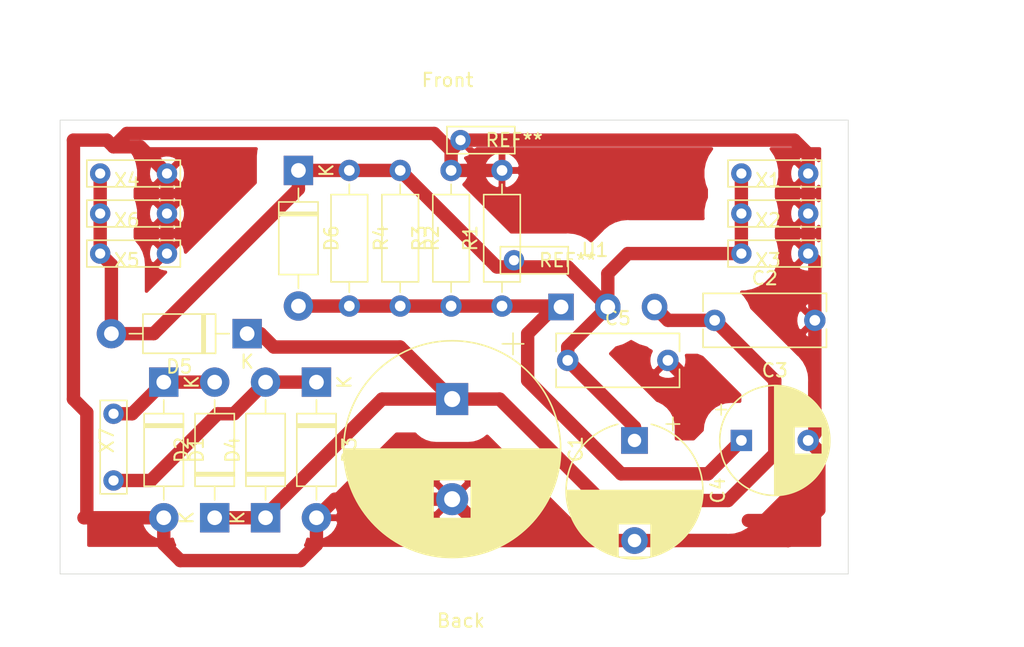
<source format=kicad_pcb>
(kicad_pcb (version 20171130) (host pcbnew "(5.1.7-0-10_14)")

  (general
    (thickness 1.6)
    (drawings 8)
    (tracks 95)
    (zones 0)
    (modules 25)
    (nets 7)
  )

  (page A4)
  (layers
    (0 F.Cu signal)
    (31 B.Cu signal)
    (32 B.Adhes user)
    (33 F.Adhes user)
    (34 B.Paste user)
    (35 F.Paste user)
    (36 B.SilkS user)
    (37 F.SilkS user)
    (38 B.Mask user)
    (39 F.Mask user)
    (40 Dwgs.User user)
    (41 Cmts.User user)
    (42 Eco1.User user)
    (43 Eco2.User user)
    (44 Edge.Cuts user)
    (45 Margin user)
    (46 B.CrtYd user)
    (47 F.CrtYd user)
    (48 B.Fab user)
    (49 F.Fab user)
  )

  (setup
    (last_trace_width 0.1524)
    (trace_clearance 0.1524)
    (zone_clearance 0.508)
    (zone_45_only no)
    (trace_min 0.1524)
    (via_size 0.6858)
    (via_drill 0.3302)
    (via_min_size 0.6858)
    (via_min_drill 0.3302)
    (uvia_size 0.6858)
    (uvia_drill 0.3302)
    (uvias_allowed no)
    (uvia_min_size 0.6858)
    (uvia_min_drill 0.3302)
    (edge_width 0.05)
    (segment_width 0.2)
    (pcb_text_width 0.3)
    (pcb_text_size 1.5 1.5)
    (mod_edge_width 0.12)
    (mod_text_size 1 1)
    (mod_text_width 0.15)
    (pad_size 1.524 1.524)
    (pad_drill 0.762)
    (pad_to_mask_clearance 0.0508)
    (solder_mask_min_width 0.1016)
    (aux_axis_origin 0 0)
    (visible_elements FFFFFF7F)
    (pcbplotparams
      (layerselection 0x010fc_ffffffff)
      (usegerberextensions false)
      (usegerberattributes true)
      (usegerberadvancedattributes true)
      (creategerberjobfile true)
      (excludeedgelayer true)
      (linewidth 0.100000)
      (plotframeref false)
      (viasonmask false)
      (mode 1)
      (useauxorigin false)
      (hpglpennumber 1)
      (hpglpenspeed 20)
      (hpglpendiameter 15.000000)
      (psnegative false)
      (psa4output false)
      (plotreference true)
      (plotvalue true)
      (plotinvisibletext false)
      (padsonsilk false)
      (subtractmaskfromsilk false)
      (outputformat 1)
      (mirror false)
      (drillshape 1)
      (scaleselection 1)
      (outputdirectory ""))
  )

  (net 0 "")
  (net 1 GND)
  (net 2 "Net-(C1-Pad1)")
  (net 3 "Net-(C3-Pad1)")
  (net 4 "Net-(C4-Pad1)")
  (net 5 "Net-(D1-Pad1)")
  (net 6 "Net-(D3-Pad1)")

  (net_class Default "This is the default net class."
    (clearance 0.1524)
    (trace_width 0.1524)
    (via_dia 0.6858)
    (via_drill 0.3302)
    (uvia_dia 0.6858)
    (uvia_drill 0.3302)
    (add_net GND)
    (add_net "Net-(C1-Pad1)")
    (add_net "Net-(C3-Pad1)")
    (add_net "Net-(C4-Pad1)")
    (add_net "Net-(D1-Pad1)")
    (add_net "Net-(D3-Pad1)")
  )

  (module samz-footprint:Pad (layer F.Cu) (tedit 5F810BA6) (tstamp 5F81A35B)
    (at 135.5 69.5 180)
    (fp_text reference REF** (at -0.254 0) (layer F.SilkS)
      (effects (font (size 1 1) (thickness 0.15)) (justify left))
    )
    (fp_text value "Pad with box" (at 0.254 -1.778) (layer F.Fab)
      (effects (font (size 1 1) (thickness 0.15)))
    )
    (fp_line (start -2.54 -1.016) (end -2.54 1.016) (layer F.SilkS) (width 0.12))
    (fp_line (start -2.54 1.016) (end 2.54 1.016) (layer F.SilkS) (width 0.12))
    (fp_line (start 2.54 1.016) (end 2.54 -1.016) (layer F.SilkS) (width 0.12))
    (fp_line (start 2.54 -1.016) (end -2.54 -1.016) (layer F.SilkS) (width 0.12))
    (pad 1 thru_hole circle (at 1.524 0 180) (size 1.524 1.524) (drill 0.762) (layers *.Cu *.Mask)
      (net 1 GND))
  )

  (module samz-footprint:Pad (layer F.Cu) (tedit 5F810B75) (tstamp 5F81A2A8)
    (at 139.5 78.5 180)
    (fp_text reference REF** (at -0.254 0) (layer F.SilkS)
      (effects (font (size 1 1) (thickness 0.15)) (justify left))
    )
    (fp_text value "Pad with box" (at 0.254 -1.778) (layer F.Fab)
      (effects (font (size 1 1) (thickness 0.15)))
    )
    (fp_line (start -2.54 -1.016) (end -2.54 1.016) (layer F.SilkS) (width 0.12))
    (fp_line (start -2.54 1.016) (end 2.54 1.016) (layer F.SilkS) (width 0.12))
    (fp_line (start 2.54 1.016) (end 2.54 -1.016) (layer F.SilkS) (width 0.12))
    (fp_line (start 2.54 -1.016) (end -2.54 -1.016) (layer F.SilkS) (width 0.12))
    (pad 1 thru_hole circle (at 1.524 0 180) (size 1.524 1.524) (drill 0.762) (layers *.Cu *.Mask)
      (net 1 GND))
  )

  (module samz-footprint:TO-220-3_Vertical (layer F.Cu) (tedit 5F810367) (tstamp 5F7FCD31)
    (at 141.5 82)
    (descr "TO-220-3, Vertical, RM 2.54mm, see https://www.vishay.com/docs/66542/to-220-1.pdf")
    (tags "TO-220-3 Vertical RM 2.54mm")
    (path /5F7F56F6)
    (fp_text reference U1 (at 2.54 -4.27) (layer F.SilkS)
      (effects (font (size 1 1) (thickness 0.15)))
    )
    (fp_text value LM317T (at 2.54 2.5) (layer F.Fab)
      (effects (font (size 1 1) (thickness 0.15)))
    )
    (fp_text user %R (at 2.54 -4.27) (layer F.Fab)
      (effects (font (size 1 1) (thickness 0.15)))
    )
    (pad 1 thru_hole rect (at 0 0) (size 1.905 2) (drill 1.1) (layers *.Cu *.Mask)
      (net 3 "Net-(C3-Pad1)"))
    (pad 2 thru_hole oval (at 3.5 0) (size 1.905 2) (drill 1.1) (layers *.Cu *.Mask)
      (net 4 "Net-(C4-Pad1)"))
    (pad 3 thru_hole oval (at 7 0) (size 1.905 2) (drill 1.1) (layers *.Cu *.Mask)
      (net 2 "Net-(C1-Pad1)"))
    (model ${KISYS3DMOD}/Package_TO_SOT_THT.3dshapes/TO-220-3_Vertical.wrl
      (at (xyz 0 0 0))
      (scale (xyz 1 1 1))
      (rotate (xyz 0 0 0))
    )
  )

  (module Capacitor_THT:CP_Radial_D10.0mm_P7.50mm (layer F.Cu) (tedit 5AE50EF1) (tstamp 5F7FCBEC)
    (at 147 92 270)
    (descr "CP, Radial series, Radial, pin pitch=7.50mm, , diameter=10mm, Electrolytic Capacitor")
    (tags "CP Radial series Radial pin pitch 7.50mm  diameter 10mm Electrolytic Capacitor")
    (path /5F7F4552)
    (fp_text reference C4 (at 3.75 -6.25 90) (layer F.SilkS)
      (effects (font (size 1 1) (thickness 0.15)))
    )
    (fp_text value 470uF (at 3.75 6.25 90) (layer F.Fab)
      (effects (font (size 1 1) (thickness 0.15)))
    )
    (fp_text user %R (at 3.75 0 90) (layer F.Fab)
      (effects (font (size 1 1) (thickness 0.15)))
    )
    (fp_arc (start 3.75 0) (end -1.21254 -1.26) (angle 331.50704) (layer F.SilkS) (width 0.12))
    (fp_circle (center 3.75 0) (end 8.75 0) (layer F.Fab) (width 0.1))
    (fp_circle (center 3.75 0) (end 9 0) (layer F.CrtYd) (width 0.05))
    (fp_line (start -0.538861 -2.1875) (end 0.461139 -2.1875) (layer F.Fab) (width 0.1))
    (fp_line (start -0.038861 -2.6875) (end -0.038861 -1.6875) (layer F.Fab) (width 0.1))
    (fp_line (start 3.75 -5.08) (end 3.75 5.08) (layer F.SilkS) (width 0.12))
    (fp_line (start 3.79 -5.08) (end 3.79 5.08) (layer F.SilkS) (width 0.12))
    (fp_line (start 3.83 -5.08) (end 3.83 5.08) (layer F.SilkS) (width 0.12))
    (fp_line (start 3.87 -5.079) (end 3.87 5.079) (layer F.SilkS) (width 0.12))
    (fp_line (start 3.91 -5.078) (end 3.91 5.078) (layer F.SilkS) (width 0.12))
    (fp_line (start 3.95 -5.077) (end 3.95 5.077) (layer F.SilkS) (width 0.12))
    (fp_line (start 3.99 -5.075) (end 3.99 5.075) (layer F.SilkS) (width 0.12))
    (fp_line (start 4.03 -5.073) (end 4.03 5.073) (layer F.SilkS) (width 0.12))
    (fp_line (start 4.07 -5.07) (end 4.07 5.07) (layer F.SilkS) (width 0.12))
    (fp_line (start 4.11 -5.068) (end 4.11 5.068) (layer F.SilkS) (width 0.12))
    (fp_line (start 4.15 -5.065) (end 4.15 5.065) (layer F.SilkS) (width 0.12))
    (fp_line (start 4.19 -5.062) (end 4.19 5.062) (layer F.SilkS) (width 0.12))
    (fp_line (start 4.23 -5.058) (end 4.23 5.058) (layer F.SilkS) (width 0.12))
    (fp_line (start 4.27 -5.054) (end 4.27 5.054) (layer F.SilkS) (width 0.12))
    (fp_line (start 4.31 -5.05) (end 4.31 5.05) (layer F.SilkS) (width 0.12))
    (fp_line (start 4.35 -5.045) (end 4.35 5.045) (layer F.SilkS) (width 0.12))
    (fp_line (start 4.39 -5.04) (end 4.39 5.04) (layer F.SilkS) (width 0.12))
    (fp_line (start 4.43 -5.035) (end 4.43 5.035) (layer F.SilkS) (width 0.12))
    (fp_line (start 4.471 -5.03) (end 4.471 5.03) (layer F.SilkS) (width 0.12))
    (fp_line (start 4.511 -5.024) (end 4.511 5.024) (layer F.SilkS) (width 0.12))
    (fp_line (start 4.551 -5.018) (end 4.551 5.018) (layer F.SilkS) (width 0.12))
    (fp_line (start 4.591 -5.011) (end 4.591 5.011) (layer F.SilkS) (width 0.12))
    (fp_line (start 4.631 -5.004) (end 4.631 5.004) (layer F.SilkS) (width 0.12))
    (fp_line (start 4.671 -4.997) (end 4.671 4.997) (layer F.SilkS) (width 0.12))
    (fp_line (start 4.711 -4.99) (end 4.711 4.99) (layer F.SilkS) (width 0.12))
    (fp_line (start 4.751 -4.982) (end 4.751 4.982) (layer F.SilkS) (width 0.12))
    (fp_line (start 4.791 -4.974) (end 4.791 4.974) (layer F.SilkS) (width 0.12))
    (fp_line (start 4.831 -4.965) (end 4.831 4.965) (layer F.SilkS) (width 0.12))
    (fp_line (start 4.871 -4.956) (end 4.871 4.956) (layer F.SilkS) (width 0.12))
    (fp_line (start 4.911 -4.947) (end 4.911 4.947) (layer F.SilkS) (width 0.12))
    (fp_line (start 4.951 -4.938) (end 4.951 4.938) (layer F.SilkS) (width 0.12))
    (fp_line (start 4.991 -4.928) (end 4.991 4.928) (layer F.SilkS) (width 0.12))
    (fp_line (start 5.031 -4.918) (end 5.031 4.918) (layer F.SilkS) (width 0.12))
    (fp_line (start 5.071 -4.907) (end 5.071 4.907) (layer F.SilkS) (width 0.12))
    (fp_line (start 5.111 -4.897) (end 5.111 4.897) (layer F.SilkS) (width 0.12))
    (fp_line (start 5.151 -4.885) (end 5.151 4.885) (layer F.SilkS) (width 0.12))
    (fp_line (start 5.191 -4.874) (end 5.191 4.874) (layer F.SilkS) (width 0.12))
    (fp_line (start 5.231 -4.862) (end 5.231 4.862) (layer F.SilkS) (width 0.12))
    (fp_line (start 5.271 -4.85) (end 5.271 4.85) (layer F.SilkS) (width 0.12))
    (fp_line (start 5.311 -4.837) (end 5.311 4.837) (layer F.SilkS) (width 0.12))
    (fp_line (start 5.351 -4.824) (end 5.351 4.824) (layer F.SilkS) (width 0.12))
    (fp_line (start 5.391 -4.811) (end 5.391 4.811) (layer F.SilkS) (width 0.12))
    (fp_line (start 5.431 -4.797) (end 5.431 4.797) (layer F.SilkS) (width 0.12))
    (fp_line (start 5.471 -4.783) (end 5.471 4.783) (layer F.SilkS) (width 0.12))
    (fp_line (start 5.511 -4.768) (end 5.511 4.768) (layer F.SilkS) (width 0.12))
    (fp_line (start 5.551 -4.754) (end 5.551 4.754) (layer F.SilkS) (width 0.12))
    (fp_line (start 5.591 -4.738) (end 5.591 4.738) (layer F.SilkS) (width 0.12))
    (fp_line (start 5.631 -4.723) (end 5.631 4.723) (layer F.SilkS) (width 0.12))
    (fp_line (start 5.671 -4.707) (end 5.671 4.707) (layer F.SilkS) (width 0.12))
    (fp_line (start 5.711 -4.69) (end 5.711 4.69) (layer F.SilkS) (width 0.12))
    (fp_line (start 5.751 -4.674) (end 5.751 4.674) (layer F.SilkS) (width 0.12))
    (fp_line (start 5.791 -4.657) (end 5.791 4.657) (layer F.SilkS) (width 0.12))
    (fp_line (start 5.831 -4.639) (end 5.831 4.639) (layer F.SilkS) (width 0.12))
    (fp_line (start 5.871 -4.621) (end 5.871 4.621) (layer F.SilkS) (width 0.12))
    (fp_line (start 5.911 -4.603) (end 5.911 4.603) (layer F.SilkS) (width 0.12))
    (fp_line (start 5.951 -4.584) (end 5.951 4.584) (layer F.SilkS) (width 0.12))
    (fp_line (start 5.991 -4.564) (end 5.991 4.564) (layer F.SilkS) (width 0.12))
    (fp_line (start 6.031 -4.545) (end 6.031 4.545) (layer F.SilkS) (width 0.12))
    (fp_line (start 6.071 -4.525) (end 6.071 4.525) (layer F.SilkS) (width 0.12))
    (fp_line (start 6.111 -4.504) (end 6.111 4.504) (layer F.SilkS) (width 0.12))
    (fp_line (start 6.151 -4.483) (end 6.151 4.483) (layer F.SilkS) (width 0.12))
    (fp_line (start 6.191 -4.462) (end 6.191 4.462) (layer F.SilkS) (width 0.12))
    (fp_line (start 6.231 -4.44) (end 6.231 4.44) (layer F.SilkS) (width 0.12))
    (fp_line (start 6.271 -4.417) (end 6.271 -1.241) (layer F.SilkS) (width 0.12))
    (fp_line (start 6.271 1.241) (end 6.271 4.417) (layer F.SilkS) (width 0.12))
    (fp_line (start 6.311 -4.395) (end 6.311 -1.241) (layer F.SilkS) (width 0.12))
    (fp_line (start 6.311 1.241) (end 6.311 4.395) (layer F.SilkS) (width 0.12))
    (fp_line (start 6.351 -4.371) (end 6.351 -1.241) (layer F.SilkS) (width 0.12))
    (fp_line (start 6.351 1.241) (end 6.351 4.371) (layer F.SilkS) (width 0.12))
    (fp_line (start 6.391 -4.347) (end 6.391 -1.241) (layer F.SilkS) (width 0.12))
    (fp_line (start 6.391 1.241) (end 6.391 4.347) (layer F.SilkS) (width 0.12))
    (fp_line (start 6.431 -4.323) (end 6.431 -1.241) (layer F.SilkS) (width 0.12))
    (fp_line (start 6.431 1.241) (end 6.431 4.323) (layer F.SilkS) (width 0.12))
    (fp_line (start 6.471 -4.298) (end 6.471 -1.241) (layer F.SilkS) (width 0.12))
    (fp_line (start 6.471 1.241) (end 6.471 4.298) (layer F.SilkS) (width 0.12))
    (fp_line (start 6.511 -4.273) (end 6.511 -1.241) (layer F.SilkS) (width 0.12))
    (fp_line (start 6.511 1.241) (end 6.511 4.273) (layer F.SilkS) (width 0.12))
    (fp_line (start 6.551 -4.247) (end 6.551 -1.241) (layer F.SilkS) (width 0.12))
    (fp_line (start 6.551 1.241) (end 6.551 4.247) (layer F.SilkS) (width 0.12))
    (fp_line (start 6.591 -4.221) (end 6.591 -1.241) (layer F.SilkS) (width 0.12))
    (fp_line (start 6.591 1.241) (end 6.591 4.221) (layer F.SilkS) (width 0.12))
    (fp_line (start 6.631 -4.194) (end 6.631 -1.241) (layer F.SilkS) (width 0.12))
    (fp_line (start 6.631 1.241) (end 6.631 4.194) (layer F.SilkS) (width 0.12))
    (fp_line (start 6.671 -4.166) (end 6.671 -1.241) (layer F.SilkS) (width 0.12))
    (fp_line (start 6.671 1.241) (end 6.671 4.166) (layer F.SilkS) (width 0.12))
    (fp_line (start 6.711 -4.138) (end 6.711 -1.241) (layer F.SilkS) (width 0.12))
    (fp_line (start 6.711 1.241) (end 6.711 4.138) (layer F.SilkS) (width 0.12))
    (fp_line (start 6.751 -4.11) (end 6.751 -1.241) (layer F.SilkS) (width 0.12))
    (fp_line (start 6.751 1.241) (end 6.751 4.11) (layer F.SilkS) (width 0.12))
    (fp_line (start 6.791 -4.08) (end 6.791 -1.241) (layer F.SilkS) (width 0.12))
    (fp_line (start 6.791 1.241) (end 6.791 4.08) (layer F.SilkS) (width 0.12))
    (fp_line (start 6.831 -4.05) (end 6.831 -1.241) (layer F.SilkS) (width 0.12))
    (fp_line (start 6.831 1.241) (end 6.831 4.05) (layer F.SilkS) (width 0.12))
    (fp_line (start 6.871 -4.02) (end 6.871 -1.241) (layer F.SilkS) (width 0.12))
    (fp_line (start 6.871 1.241) (end 6.871 4.02) (layer F.SilkS) (width 0.12))
    (fp_line (start 6.911 -3.989) (end 6.911 -1.241) (layer F.SilkS) (width 0.12))
    (fp_line (start 6.911 1.241) (end 6.911 3.989) (layer F.SilkS) (width 0.12))
    (fp_line (start 6.951 -3.957) (end 6.951 -1.241) (layer F.SilkS) (width 0.12))
    (fp_line (start 6.951 1.241) (end 6.951 3.957) (layer F.SilkS) (width 0.12))
    (fp_line (start 6.991 -3.925) (end 6.991 -1.241) (layer F.SilkS) (width 0.12))
    (fp_line (start 6.991 1.241) (end 6.991 3.925) (layer F.SilkS) (width 0.12))
    (fp_line (start 7.031 -3.892) (end 7.031 -1.241) (layer F.SilkS) (width 0.12))
    (fp_line (start 7.031 1.241) (end 7.031 3.892) (layer F.SilkS) (width 0.12))
    (fp_line (start 7.071 -3.858) (end 7.071 -1.241) (layer F.SilkS) (width 0.12))
    (fp_line (start 7.071 1.241) (end 7.071 3.858) (layer F.SilkS) (width 0.12))
    (fp_line (start 7.111 -3.824) (end 7.111 -1.241) (layer F.SilkS) (width 0.12))
    (fp_line (start 7.111 1.241) (end 7.111 3.824) (layer F.SilkS) (width 0.12))
    (fp_line (start 7.151 -3.789) (end 7.151 -1.241) (layer F.SilkS) (width 0.12))
    (fp_line (start 7.151 1.241) (end 7.151 3.789) (layer F.SilkS) (width 0.12))
    (fp_line (start 7.191 -3.753) (end 7.191 -1.241) (layer F.SilkS) (width 0.12))
    (fp_line (start 7.191 1.241) (end 7.191 3.753) (layer F.SilkS) (width 0.12))
    (fp_line (start 7.231 -3.716) (end 7.231 -1.241) (layer F.SilkS) (width 0.12))
    (fp_line (start 7.231 1.241) (end 7.231 3.716) (layer F.SilkS) (width 0.12))
    (fp_line (start 7.271 -3.679) (end 7.271 -1.241) (layer F.SilkS) (width 0.12))
    (fp_line (start 7.271 1.241) (end 7.271 3.679) (layer F.SilkS) (width 0.12))
    (fp_line (start 7.311 -3.64) (end 7.311 -1.241) (layer F.SilkS) (width 0.12))
    (fp_line (start 7.311 1.241) (end 7.311 3.64) (layer F.SilkS) (width 0.12))
    (fp_line (start 7.351 -3.601) (end 7.351 -1.241) (layer F.SilkS) (width 0.12))
    (fp_line (start 7.351 1.241) (end 7.351 3.601) (layer F.SilkS) (width 0.12))
    (fp_line (start 7.391 -3.561) (end 7.391 -1.241) (layer F.SilkS) (width 0.12))
    (fp_line (start 7.391 1.241) (end 7.391 3.561) (layer F.SilkS) (width 0.12))
    (fp_line (start 7.431 -3.52) (end 7.431 -1.241) (layer F.SilkS) (width 0.12))
    (fp_line (start 7.431 1.241) (end 7.431 3.52) (layer F.SilkS) (width 0.12))
    (fp_line (start 7.471 -3.478) (end 7.471 -1.241) (layer F.SilkS) (width 0.12))
    (fp_line (start 7.471 1.241) (end 7.471 3.478) (layer F.SilkS) (width 0.12))
    (fp_line (start 7.511 -3.436) (end 7.511 -1.241) (layer F.SilkS) (width 0.12))
    (fp_line (start 7.511 1.241) (end 7.511 3.436) (layer F.SilkS) (width 0.12))
    (fp_line (start 7.551 -3.392) (end 7.551 -1.241) (layer F.SilkS) (width 0.12))
    (fp_line (start 7.551 1.241) (end 7.551 3.392) (layer F.SilkS) (width 0.12))
    (fp_line (start 7.591 -3.347) (end 7.591 -1.241) (layer F.SilkS) (width 0.12))
    (fp_line (start 7.591 1.241) (end 7.591 3.347) (layer F.SilkS) (width 0.12))
    (fp_line (start 7.631 -3.301) (end 7.631 -1.241) (layer F.SilkS) (width 0.12))
    (fp_line (start 7.631 1.241) (end 7.631 3.301) (layer F.SilkS) (width 0.12))
    (fp_line (start 7.671 -3.254) (end 7.671 -1.241) (layer F.SilkS) (width 0.12))
    (fp_line (start 7.671 1.241) (end 7.671 3.254) (layer F.SilkS) (width 0.12))
    (fp_line (start 7.711 -3.206) (end 7.711 -1.241) (layer F.SilkS) (width 0.12))
    (fp_line (start 7.711 1.241) (end 7.711 3.206) (layer F.SilkS) (width 0.12))
    (fp_line (start 7.751 -3.156) (end 7.751 -1.241) (layer F.SilkS) (width 0.12))
    (fp_line (start 7.751 1.241) (end 7.751 3.156) (layer F.SilkS) (width 0.12))
    (fp_line (start 7.791 -3.106) (end 7.791 -1.241) (layer F.SilkS) (width 0.12))
    (fp_line (start 7.791 1.241) (end 7.791 3.106) (layer F.SilkS) (width 0.12))
    (fp_line (start 7.831 -3.054) (end 7.831 -1.241) (layer F.SilkS) (width 0.12))
    (fp_line (start 7.831 1.241) (end 7.831 3.054) (layer F.SilkS) (width 0.12))
    (fp_line (start 7.871 -3) (end 7.871 -1.241) (layer F.SilkS) (width 0.12))
    (fp_line (start 7.871 1.241) (end 7.871 3) (layer F.SilkS) (width 0.12))
    (fp_line (start 7.911 -2.945) (end 7.911 -1.241) (layer F.SilkS) (width 0.12))
    (fp_line (start 7.911 1.241) (end 7.911 2.945) (layer F.SilkS) (width 0.12))
    (fp_line (start 7.951 -2.889) (end 7.951 -1.241) (layer F.SilkS) (width 0.12))
    (fp_line (start 7.951 1.241) (end 7.951 2.889) (layer F.SilkS) (width 0.12))
    (fp_line (start 7.991 -2.83) (end 7.991 -1.241) (layer F.SilkS) (width 0.12))
    (fp_line (start 7.991 1.241) (end 7.991 2.83) (layer F.SilkS) (width 0.12))
    (fp_line (start 8.031 -2.77) (end 8.031 -1.241) (layer F.SilkS) (width 0.12))
    (fp_line (start 8.031 1.241) (end 8.031 2.77) (layer F.SilkS) (width 0.12))
    (fp_line (start 8.071 -2.709) (end 8.071 -1.241) (layer F.SilkS) (width 0.12))
    (fp_line (start 8.071 1.241) (end 8.071 2.709) (layer F.SilkS) (width 0.12))
    (fp_line (start 8.111 -2.645) (end 8.111 -1.241) (layer F.SilkS) (width 0.12))
    (fp_line (start 8.111 1.241) (end 8.111 2.645) (layer F.SilkS) (width 0.12))
    (fp_line (start 8.151 -2.579) (end 8.151 -1.241) (layer F.SilkS) (width 0.12))
    (fp_line (start 8.151 1.241) (end 8.151 2.579) (layer F.SilkS) (width 0.12))
    (fp_line (start 8.191 -2.51) (end 8.191 -1.241) (layer F.SilkS) (width 0.12))
    (fp_line (start 8.191 1.241) (end 8.191 2.51) (layer F.SilkS) (width 0.12))
    (fp_line (start 8.231 -2.439) (end 8.231 -1.241) (layer F.SilkS) (width 0.12))
    (fp_line (start 8.231 1.241) (end 8.231 2.439) (layer F.SilkS) (width 0.12))
    (fp_line (start 8.271 -2.365) (end 8.271 -1.241) (layer F.SilkS) (width 0.12))
    (fp_line (start 8.271 1.241) (end 8.271 2.365) (layer F.SilkS) (width 0.12))
    (fp_line (start 8.311 -2.289) (end 8.311 -1.241) (layer F.SilkS) (width 0.12))
    (fp_line (start 8.311 1.241) (end 8.311 2.289) (layer F.SilkS) (width 0.12))
    (fp_line (start 8.351 -2.209) (end 8.351 -1.241) (layer F.SilkS) (width 0.12))
    (fp_line (start 8.351 1.241) (end 8.351 2.209) (layer F.SilkS) (width 0.12))
    (fp_line (start 8.391 -2.125) (end 8.391 -1.241) (layer F.SilkS) (width 0.12))
    (fp_line (start 8.391 1.241) (end 8.391 2.125) (layer F.SilkS) (width 0.12))
    (fp_line (start 8.431 -2.037) (end 8.431 -1.241) (layer F.SilkS) (width 0.12))
    (fp_line (start 8.431 1.241) (end 8.431 2.037) (layer F.SilkS) (width 0.12))
    (fp_line (start 8.471 -1.944) (end 8.471 -1.241) (layer F.SilkS) (width 0.12))
    (fp_line (start 8.471 1.241) (end 8.471 1.944) (layer F.SilkS) (width 0.12))
    (fp_line (start 8.511 -1.846) (end 8.511 -1.241) (layer F.SilkS) (width 0.12))
    (fp_line (start 8.511 1.241) (end 8.511 1.846) (layer F.SilkS) (width 0.12))
    (fp_line (start 8.551 -1.742) (end 8.551 -1.241) (layer F.SilkS) (width 0.12))
    (fp_line (start 8.551 1.241) (end 8.551 1.742) (layer F.SilkS) (width 0.12))
    (fp_line (start 8.591 -1.63) (end 8.591 -1.241) (layer F.SilkS) (width 0.12))
    (fp_line (start 8.591 1.241) (end 8.591 1.63) (layer F.SilkS) (width 0.12))
    (fp_line (start 8.631 -1.51) (end 8.631 -1.241) (layer F.SilkS) (width 0.12))
    (fp_line (start 8.631 1.241) (end 8.631 1.51) (layer F.SilkS) (width 0.12))
    (fp_line (start 8.671 -1.378) (end 8.671 -1.241) (layer F.SilkS) (width 0.12))
    (fp_line (start 8.671 1.241) (end 8.671 1.378) (layer F.SilkS) (width 0.12))
    (fp_line (start 8.751 -1.062) (end 8.751 1.062) (layer F.SilkS) (width 0.12))
    (fp_line (start 8.791 -0.862) (end 8.791 0.862) (layer F.SilkS) (width 0.12))
    (fp_line (start 8.831 -0.599) (end 8.831 0.599) (layer F.SilkS) (width 0.12))
    (fp_line (start -1.729646 -2.875) (end -0.729646 -2.875) (layer F.SilkS) (width 0.12))
    (fp_line (start -1.229646 -3.375) (end -1.229646 -2.375) (layer F.SilkS) (width 0.12))
    (pad 2 thru_hole circle (at 7.5 0 270) (size 2 2) (drill 1) (layers *.Cu *.Mask)
      (net 1 GND))
    (pad 1 thru_hole rect (at 0 0 270) (size 2 2) (drill 1) (layers *.Cu *.Mask)
      (net 4 "Net-(C4-Pad1)"))
    (model ${KISYS3DMOD}/Capacitor_THT.3dshapes/CP_Radial_D10.0mm_P7.50mm.wrl
      (at (xyz 0 0 0))
      (scale (xyz 1 1 1))
      (rotate (xyz 0 0 0))
    )
  )

  (module Capacitor_THT:CP_Radial_D16.0mm_P7.50mm (layer F.Cu) (tedit 5AE50EF1) (tstamp 5F7FCA85)
    (at 133.35 88.9 270)
    (descr "CP, Radial series, Radial, pin pitch=7.50mm, , diameter=16mm, Electrolytic Capacitor")
    (tags "CP Radial series Radial pin pitch 7.50mm  diameter 16mm Electrolytic Capacitor")
    (path /5F7F9813)
    (fp_text reference C1 (at 3.75 -9.25 90) (layer F.SilkS)
      (effects (font (size 1 1) (thickness 0.15)))
    )
    (fp_text value 1000uF (at 3.75 9.25 90) (layer F.Fab)
      (effects (font (size 1 1) (thickness 0.15)))
    )
    (fp_text user %R (at 3.75 0 90) (layer F.Fab)
      (effects (font (size 1 1) (thickness 0.15)))
    )
    (fp_circle (center 3.75 0) (end 11.75 0) (layer F.Fab) (width 0.1))
    (fp_circle (center 3.75 0) (end 11.87 0) (layer F.SilkS) (width 0.12))
    (fp_circle (center 3.75 0) (end 12 0) (layer F.CrtYd) (width 0.05))
    (fp_line (start -3.125168 -3.5075) (end -1.525168 -3.5075) (layer F.Fab) (width 0.1))
    (fp_line (start -2.325168 -4.3075) (end -2.325168 -2.7075) (layer F.Fab) (width 0.1))
    (fp_line (start 3.75 -8.081) (end 3.75 8.081) (layer F.SilkS) (width 0.12))
    (fp_line (start 3.79 -8.08) (end 3.79 8.08) (layer F.SilkS) (width 0.12))
    (fp_line (start 3.83 -8.08) (end 3.83 8.08) (layer F.SilkS) (width 0.12))
    (fp_line (start 3.87 -8.08) (end 3.87 8.08) (layer F.SilkS) (width 0.12))
    (fp_line (start 3.91 -8.079) (end 3.91 8.079) (layer F.SilkS) (width 0.12))
    (fp_line (start 3.95 -8.078) (end 3.95 8.078) (layer F.SilkS) (width 0.12))
    (fp_line (start 3.99 -8.077) (end 3.99 8.077) (layer F.SilkS) (width 0.12))
    (fp_line (start 4.03 -8.076) (end 4.03 8.076) (layer F.SilkS) (width 0.12))
    (fp_line (start 4.07 -8.074) (end 4.07 8.074) (layer F.SilkS) (width 0.12))
    (fp_line (start 4.11 -8.073) (end 4.11 8.073) (layer F.SilkS) (width 0.12))
    (fp_line (start 4.15 -8.071) (end 4.15 8.071) (layer F.SilkS) (width 0.12))
    (fp_line (start 4.19 -8.069) (end 4.19 8.069) (layer F.SilkS) (width 0.12))
    (fp_line (start 4.23 -8.066) (end 4.23 8.066) (layer F.SilkS) (width 0.12))
    (fp_line (start 4.27 -8.064) (end 4.27 8.064) (layer F.SilkS) (width 0.12))
    (fp_line (start 4.31 -8.061) (end 4.31 8.061) (layer F.SilkS) (width 0.12))
    (fp_line (start 4.35 -8.058) (end 4.35 8.058) (layer F.SilkS) (width 0.12))
    (fp_line (start 4.39 -8.055) (end 4.39 8.055) (layer F.SilkS) (width 0.12))
    (fp_line (start 4.43 -8.052) (end 4.43 8.052) (layer F.SilkS) (width 0.12))
    (fp_line (start 4.471 -8.049) (end 4.471 8.049) (layer F.SilkS) (width 0.12))
    (fp_line (start 4.511 -8.045) (end 4.511 8.045) (layer F.SilkS) (width 0.12))
    (fp_line (start 4.551 -8.041) (end 4.551 8.041) (layer F.SilkS) (width 0.12))
    (fp_line (start 4.591 -8.037) (end 4.591 8.037) (layer F.SilkS) (width 0.12))
    (fp_line (start 4.631 -8.033) (end 4.631 8.033) (layer F.SilkS) (width 0.12))
    (fp_line (start 4.671 -8.028) (end 4.671 8.028) (layer F.SilkS) (width 0.12))
    (fp_line (start 4.711 -8.024) (end 4.711 8.024) (layer F.SilkS) (width 0.12))
    (fp_line (start 4.751 -8.019) (end 4.751 8.019) (layer F.SilkS) (width 0.12))
    (fp_line (start 4.791 -8.014) (end 4.791 8.014) (layer F.SilkS) (width 0.12))
    (fp_line (start 4.831 -8.008) (end 4.831 8.008) (layer F.SilkS) (width 0.12))
    (fp_line (start 4.871 -8.003) (end 4.871 8.003) (layer F.SilkS) (width 0.12))
    (fp_line (start 4.911 -7.997) (end 4.911 7.997) (layer F.SilkS) (width 0.12))
    (fp_line (start 4.951 -7.991) (end 4.951 7.991) (layer F.SilkS) (width 0.12))
    (fp_line (start 4.991 -7.985) (end 4.991 7.985) (layer F.SilkS) (width 0.12))
    (fp_line (start 5.031 -7.979) (end 5.031 7.979) (layer F.SilkS) (width 0.12))
    (fp_line (start 5.071 -7.972) (end 5.071 7.972) (layer F.SilkS) (width 0.12))
    (fp_line (start 5.111 -7.966) (end 5.111 7.966) (layer F.SilkS) (width 0.12))
    (fp_line (start 5.151 -7.959) (end 5.151 7.959) (layer F.SilkS) (width 0.12))
    (fp_line (start 5.191 -7.952) (end 5.191 7.952) (layer F.SilkS) (width 0.12))
    (fp_line (start 5.231 -7.944) (end 5.231 7.944) (layer F.SilkS) (width 0.12))
    (fp_line (start 5.271 -7.937) (end 5.271 7.937) (layer F.SilkS) (width 0.12))
    (fp_line (start 5.311 -7.929) (end 5.311 7.929) (layer F.SilkS) (width 0.12))
    (fp_line (start 5.351 -7.921) (end 5.351 7.921) (layer F.SilkS) (width 0.12))
    (fp_line (start 5.391 -7.913) (end 5.391 7.913) (layer F.SilkS) (width 0.12))
    (fp_line (start 5.431 -7.905) (end 5.431 7.905) (layer F.SilkS) (width 0.12))
    (fp_line (start 5.471 -7.896) (end 5.471 7.896) (layer F.SilkS) (width 0.12))
    (fp_line (start 5.511 -7.887) (end 5.511 7.887) (layer F.SilkS) (width 0.12))
    (fp_line (start 5.551 -7.878) (end 5.551 7.878) (layer F.SilkS) (width 0.12))
    (fp_line (start 5.591 -7.869) (end 5.591 7.869) (layer F.SilkS) (width 0.12))
    (fp_line (start 5.631 -7.86) (end 5.631 7.86) (layer F.SilkS) (width 0.12))
    (fp_line (start 5.671 -7.85) (end 5.671 7.85) (layer F.SilkS) (width 0.12))
    (fp_line (start 5.711 -7.84) (end 5.711 7.84) (layer F.SilkS) (width 0.12))
    (fp_line (start 5.751 -7.83) (end 5.751 7.83) (layer F.SilkS) (width 0.12))
    (fp_line (start 5.791 -7.82) (end 5.791 7.82) (layer F.SilkS) (width 0.12))
    (fp_line (start 5.831 -7.81) (end 5.831 7.81) (layer F.SilkS) (width 0.12))
    (fp_line (start 5.871 -7.799) (end 5.871 7.799) (layer F.SilkS) (width 0.12))
    (fp_line (start 5.911 -7.788) (end 5.911 7.788) (layer F.SilkS) (width 0.12))
    (fp_line (start 5.951 -7.777) (end 5.951 7.777) (layer F.SilkS) (width 0.12))
    (fp_line (start 5.991 -7.765) (end 5.991 7.765) (layer F.SilkS) (width 0.12))
    (fp_line (start 6.031 -7.754) (end 6.031 7.754) (layer F.SilkS) (width 0.12))
    (fp_line (start 6.071 -7.742) (end 6.071 -1.44) (layer F.SilkS) (width 0.12))
    (fp_line (start 6.071 1.44) (end 6.071 7.742) (layer F.SilkS) (width 0.12))
    (fp_line (start 6.111 -7.73) (end 6.111 -1.44) (layer F.SilkS) (width 0.12))
    (fp_line (start 6.111 1.44) (end 6.111 7.73) (layer F.SilkS) (width 0.12))
    (fp_line (start 6.151 -7.718) (end 6.151 -1.44) (layer F.SilkS) (width 0.12))
    (fp_line (start 6.151 1.44) (end 6.151 7.718) (layer F.SilkS) (width 0.12))
    (fp_line (start 6.191 -7.705) (end 6.191 -1.44) (layer F.SilkS) (width 0.12))
    (fp_line (start 6.191 1.44) (end 6.191 7.705) (layer F.SilkS) (width 0.12))
    (fp_line (start 6.231 -7.693) (end 6.231 -1.44) (layer F.SilkS) (width 0.12))
    (fp_line (start 6.231 1.44) (end 6.231 7.693) (layer F.SilkS) (width 0.12))
    (fp_line (start 6.271 -7.68) (end 6.271 -1.44) (layer F.SilkS) (width 0.12))
    (fp_line (start 6.271 1.44) (end 6.271 7.68) (layer F.SilkS) (width 0.12))
    (fp_line (start 6.311 -7.666) (end 6.311 -1.44) (layer F.SilkS) (width 0.12))
    (fp_line (start 6.311 1.44) (end 6.311 7.666) (layer F.SilkS) (width 0.12))
    (fp_line (start 6.351 -7.653) (end 6.351 -1.44) (layer F.SilkS) (width 0.12))
    (fp_line (start 6.351 1.44) (end 6.351 7.653) (layer F.SilkS) (width 0.12))
    (fp_line (start 6.391 -7.639) (end 6.391 -1.44) (layer F.SilkS) (width 0.12))
    (fp_line (start 6.391 1.44) (end 6.391 7.639) (layer F.SilkS) (width 0.12))
    (fp_line (start 6.431 -7.625) (end 6.431 -1.44) (layer F.SilkS) (width 0.12))
    (fp_line (start 6.431 1.44) (end 6.431 7.625) (layer F.SilkS) (width 0.12))
    (fp_line (start 6.471 -7.611) (end 6.471 -1.44) (layer F.SilkS) (width 0.12))
    (fp_line (start 6.471 1.44) (end 6.471 7.611) (layer F.SilkS) (width 0.12))
    (fp_line (start 6.511 -7.597) (end 6.511 -1.44) (layer F.SilkS) (width 0.12))
    (fp_line (start 6.511 1.44) (end 6.511 7.597) (layer F.SilkS) (width 0.12))
    (fp_line (start 6.551 -7.582) (end 6.551 -1.44) (layer F.SilkS) (width 0.12))
    (fp_line (start 6.551 1.44) (end 6.551 7.582) (layer F.SilkS) (width 0.12))
    (fp_line (start 6.591 -7.568) (end 6.591 -1.44) (layer F.SilkS) (width 0.12))
    (fp_line (start 6.591 1.44) (end 6.591 7.568) (layer F.SilkS) (width 0.12))
    (fp_line (start 6.631 -7.553) (end 6.631 -1.44) (layer F.SilkS) (width 0.12))
    (fp_line (start 6.631 1.44) (end 6.631 7.553) (layer F.SilkS) (width 0.12))
    (fp_line (start 6.671 -7.537) (end 6.671 -1.44) (layer F.SilkS) (width 0.12))
    (fp_line (start 6.671 1.44) (end 6.671 7.537) (layer F.SilkS) (width 0.12))
    (fp_line (start 6.711 -7.522) (end 6.711 -1.44) (layer F.SilkS) (width 0.12))
    (fp_line (start 6.711 1.44) (end 6.711 7.522) (layer F.SilkS) (width 0.12))
    (fp_line (start 6.751 -7.506) (end 6.751 -1.44) (layer F.SilkS) (width 0.12))
    (fp_line (start 6.751 1.44) (end 6.751 7.506) (layer F.SilkS) (width 0.12))
    (fp_line (start 6.791 -7.49) (end 6.791 -1.44) (layer F.SilkS) (width 0.12))
    (fp_line (start 6.791 1.44) (end 6.791 7.49) (layer F.SilkS) (width 0.12))
    (fp_line (start 6.831 -7.474) (end 6.831 -1.44) (layer F.SilkS) (width 0.12))
    (fp_line (start 6.831 1.44) (end 6.831 7.474) (layer F.SilkS) (width 0.12))
    (fp_line (start 6.871 -7.457) (end 6.871 -1.44) (layer F.SilkS) (width 0.12))
    (fp_line (start 6.871 1.44) (end 6.871 7.457) (layer F.SilkS) (width 0.12))
    (fp_line (start 6.911 -7.44) (end 6.911 -1.44) (layer F.SilkS) (width 0.12))
    (fp_line (start 6.911 1.44) (end 6.911 7.44) (layer F.SilkS) (width 0.12))
    (fp_line (start 6.951 -7.423) (end 6.951 -1.44) (layer F.SilkS) (width 0.12))
    (fp_line (start 6.951 1.44) (end 6.951 7.423) (layer F.SilkS) (width 0.12))
    (fp_line (start 6.991 -7.406) (end 6.991 -1.44) (layer F.SilkS) (width 0.12))
    (fp_line (start 6.991 1.44) (end 6.991 7.406) (layer F.SilkS) (width 0.12))
    (fp_line (start 7.031 -7.389) (end 7.031 -1.44) (layer F.SilkS) (width 0.12))
    (fp_line (start 7.031 1.44) (end 7.031 7.389) (layer F.SilkS) (width 0.12))
    (fp_line (start 7.071 -7.371) (end 7.071 -1.44) (layer F.SilkS) (width 0.12))
    (fp_line (start 7.071 1.44) (end 7.071 7.371) (layer F.SilkS) (width 0.12))
    (fp_line (start 7.111 -7.353) (end 7.111 -1.44) (layer F.SilkS) (width 0.12))
    (fp_line (start 7.111 1.44) (end 7.111 7.353) (layer F.SilkS) (width 0.12))
    (fp_line (start 7.151 -7.334) (end 7.151 -1.44) (layer F.SilkS) (width 0.12))
    (fp_line (start 7.151 1.44) (end 7.151 7.334) (layer F.SilkS) (width 0.12))
    (fp_line (start 7.191 -7.316) (end 7.191 -1.44) (layer F.SilkS) (width 0.12))
    (fp_line (start 7.191 1.44) (end 7.191 7.316) (layer F.SilkS) (width 0.12))
    (fp_line (start 7.231 -7.297) (end 7.231 -1.44) (layer F.SilkS) (width 0.12))
    (fp_line (start 7.231 1.44) (end 7.231 7.297) (layer F.SilkS) (width 0.12))
    (fp_line (start 7.271 -7.278) (end 7.271 -1.44) (layer F.SilkS) (width 0.12))
    (fp_line (start 7.271 1.44) (end 7.271 7.278) (layer F.SilkS) (width 0.12))
    (fp_line (start 7.311 -7.258) (end 7.311 -1.44) (layer F.SilkS) (width 0.12))
    (fp_line (start 7.311 1.44) (end 7.311 7.258) (layer F.SilkS) (width 0.12))
    (fp_line (start 7.351 -7.239) (end 7.351 -1.44) (layer F.SilkS) (width 0.12))
    (fp_line (start 7.351 1.44) (end 7.351 7.239) (layer F.SilkS) (width 0.12))
    (fp_line (start 7.391 -7.219) (end 7.391 -1.44) (layer F.SilkS) (width 0.12))
    (fp_line (start 7.391 1.44) (end 7.391 7.219) (layer F.SilkS) (width 0.12))
    (fp_line (start 7.431 -7.199) (end 7.431 -1.44) (layer F.SilkS) (width 0.12))
    (fp_line (start 7.431 1.44) (end 7.431 7.199) (layer F.SilkS) (width 0.12))
    (fp_line (start 7.471 -7.178) (end 7.471 -1.44) (layer F.SilkS) (width 0.12))
    (fp_line (start 7.471 1.44) (end 7.471 7.178) (layer F.SilkS) (width 0.12))
    (fp_line (start 7.511 -7.157) (end 7.511 -1.44) (layer F.SilkS) (width 0.12))
    (fp_line (start 7.511 1.44) (end 7.511 7.157) (layer F.SilkS) (width 0.12))
    (fp_line (start 7.551 -7.136) (end 7.551 -1.44) (layer F.SilkS) (width 0.12))
    (fp_line (start 7.551 1.44) (end 7.551 7.136) (layer F.SilkS) (width 0.12))
    (fp_line (start 7.591 -7.115) (end 7.591 -1.44) (layer F.SilkS) (width 0.12))
    (fp_line (start 7.591 1.44) (end 7.591 7.115) (layer F.SilkS) (width 0.12))
    (fp_line (start 7.631 -7.094) (end 7.631 -1.44) (layer F.SilkS) (width 0.12))
    (fp_line (start 7.631 1.44) (end 7.631 7.094) (layer F.SilkS) (width 0.12))
    (fp_line (start 7.671 -7.072) (end 7.671 -1.44) (layer F.SilkS) (width 0.12))
    (fp_line (start 7.671 1.44) (end 7.671 7.072) (layer F.SilkS) (width 0.12))
    (fp_line (start 7.711 -7.049) (end 7.711 -1.44) (layer F.SilkS) (width 0.12))
    (fp_line (start 7.711 1.44) (end 7.711 7.049) (layer F.SilkS) (width 0.12))
    (fp_line (start 7.751 -7.027) (end 7.751 -1.44) (layer F.SilkS) (width 0.12))
    (fp_line (start 7.751 1.44) (end 7.751 7.027) (layer F.SilkS) (width 0.12))
    (fp_line (start 7.791 -7.004) (end 7.791 -1.44) (layer F.SilkS) (width 0.12))
    (fp_line (start 7.791 1.44) (end 7.791 7.004) (layer F.SilkS) (width 0.12))
    (fp_line (start 7.831 -6.981) (end 7.831 -1.44) (layer F.SilkS) (width 0.12))
    (fp_line (start 7.831 1.44) (end 7.831 6.981) (layer F.SilkS) (width 0.12))
    (fp_line (start 7.871 -6.958) (end 7.871 -1.44) (layer F.SilkS) (width 0.12))
    (fp_line (start 7.871 1.44) (end 7.871 6.958) (layer F.SilkS) (width 0.12))
    (fp_line (start 7.911 -6.934) (end 7.911 -1.44) (layer F.SilkS) (width 0.12))
    (fp_line (start 7.911 1.44) (end 7.911 6.934) (layer F.SilkS) (width 0.12))
    (fp_line (start 7.951 -6.91) (end 7.951 -1.44) (layer F.SilkS) (width 0.12))
    (fp_line (start 7.951 1.44) (end 7.951 6.91) (layer F.SilkS) (width 0.12))
    (fp_line (start 7.991 -6.886) (end 7.991 -1.44) (layer F.SilkS) (width 0.12))
    (fp_line (start 7.991 1.44) (end 7.991 6.886) (layer F.SilkS) (width 0.12))
    (fp_line (start 8.031 -6.861) (end 8.031 -1.44) (layer F.SilkS) (width 0.12))
    (fp_line (start 8.031 1.44) (end 8.031 6.861) (layer F.SilkS) (width 0.12))
    (fp_line (start 8.071 -6.836) (end 8.071 -1.44) (layer F.SilkS) (width 0.12))
    (fp_line (start 8.071 1.44) (end 8.071 6.836) (layer F.SilkS) (width 0.12))
    (fp_line (start 8.111 -6.811) (end 8.111 -1.44) (layer F.SilkS) (width 0.12))
    (fp_line (start 8.111 1.44) (end 8.111 6.811) (layer F.SilkS) (width 0.12))
    (fp_line (start 8.151 -6.785) (end 8.151 -1.44) (layer F.SilkS) (width 0.12))
    (fp_line (start 8.151 1.44) (end 8.151 6.785) (layer F.SilkS) (width 0.12))
    (fp_line (start 8.191 -6.759) (end 8.191 -1.44) (layer F.SilkS) (width 0.12))
    (fp_line (start 8.191 1.44) (end 8.191 6.759) (layer F.SilkS) (width 0.12))
    (fp_line (start 8.231 -6.733) (end 8.231 -1.44) (layer F.SilkS) (width 0.12))
    (fp_line (start 8.231 1.44) (end 8.231 6.733) (layer F.SilkS) (width 0.12))
    (fp_line (start 8.271 -6.706) (end 8.271 -1.44) (layer F.SilkS) (width 0.12))
    (fp_line (start 8.271 1.44) (end 8.271 6.706) (layer F.SilkS) (width 0.12))
    (fp_line (start 8.311 -6.679) (end 8.311 -1.44) (layer F.SilkS) (width 0.12))
    (fp_line (start 8.311 1.44) (end 8.311 6.679) (layer F.SilkS) (width 0.12))
    (fp_line (start 8.351 -6.652) (end 8.351 -1.44) (layer F.SilkS) (width 0.12))
    (fp_line (start 8.351 1.44) (end 8.351 6.652) (layer F.SilkS) (width 0.12))
    (fp_line (start 8.391 -6.624) (end 8.391 -1.44) (layer F.SilkS) (width 0.12))
    (fp_line (start 8.391 1.44) (end 8.391 6.624) (layer F.SilkS) (width 0.12))
    (fp_line (start 8.431 -6.596) (end 8.431 -1.44) (layer F.SilkS) (width 0.12))
    (fp_line (start 8.431 1.44) (end 8.431 6.596) (layer F.SilkS) (width 0.12))
    (fp_line (start 8.471 -6.568) (end 8.471 -1.44) (layer F.SilkS) (width 0.12))
    (fp_line (start 8.471 1.44) (end 8.471 6.568) (layer F.SilkS) (width 0.12))
    (fp_line (start 8.511 -6.539) (end 8.511 -1.44) (layer F.SilkS) (width 0.12))
    (fp_line (start 8.511 1.44) (end 8.511 6.539) (layer F.SilkS) (width 0.12))
    (fp_line (start 8.551 -6.51) (end 8.551 -1.44) (layer F.SilkS) (width 0.12))
    (fp_line (start 8.551 1.44) (end 8.551 6.51) (layer F.SilkS) (width 0.12))
    (fp_line (start 8.591 -6.48) (end 8.591 -1.44) (layer F.SilkS) (width 0.12))
    (fp_line (start 8.591 1.44) (end 8.591 6.48) (layer F.SilkS) (width 0.12))
    (fp_line (start 8.631 -6.45) (end 8.631 -1.44) (layer F.SilkS) (width 0.12))
    (fp_line (start 8.631 1.44) (end 8.631 6.45) (layer F.SilkS) (width 0.12))
    (fp_line (start 8.671 -6.42) (end 8.671 -1.44) (layer F.SilkS) (width 0.12))
    (fp_line (start 8.671 1.44) (end 8.671 6.42) (layer F.SilkS) (width 0.12))
    (fp_line (start 8.711 -6.39) (end 8.711 -1.44) (layer F.SilkS) (width 0.12))
    (fp_line (start 8.711 1.44) (end 8.711 6.39) (layer F.SilkS) (width 0.12))
    (fp_line (start 8.751 -6.358) (end 8.751 -1.44) (layer F.SilkS) (width 0.12))
    (fp_line (start 8.751 1.44) (end 8.751 6.358) (layer F.SilkS) (width 0.12))
    (fp_line (start 8.791 -6.327) (end 8.791 -1.44) (layer F.SilkS) (width 0.12))
    (fp_line (start 8.791 1.44) (end 8.791 6.327) (layer F.SilkS) (width 0.12))
    (fp_line (start 8.831 -6.295) (end 8.831 -1.44) (layer F.SilkS) (width 0.12))
    (fp_line (start 8.831 1.44) (end 8.831 6.295) (layer F.SilkS) (width 0.12))
    (fp_line (start 8.871 -6.263) (end 8.871 -1.44) (layer F.SilkS) (width 0.12))
    (fp_line (start 8.871 1.44) (end 8.871 6.263) (layer F.SilkS) (width 0.12))
    (fp_line (start 8.911 -6.23) (end 8.911 -1.44) (layer F.SilkS) (width 0.12))
    (fp_line (start 8.911 1.44) (end 8.911 6.23) (layer F.SilkS) (width 0.12))
    (fp_line (start 8.951 -6.197) (end 8.951 6.197) (layer F.SilkS) (width 0.12))
    (fp_line (start 8.991 -6.163) (end 8.991 6.163) (layer F.SilkS) (width 0.12))
    (fp_line (start 9.031 -6.129) (end 9.031 6.129) (layer F.SilkS) (width 0.12))
    (fp_line (start 9.071 -6.095) (end 9.071 6.095) (layer F.SilkS) (width 0.12))
    (fp_line (start 9.111 -6.06) (end 9.111 6.06) (layer F.SilkS) (width 0.12))
    (fp_line (start 9.151 -6.025) (end 9.151 6.025) (layer F.SilkS) (width 0.12))
    (fp_line (start 9.191 -5.989) (end 9.191 5.989) (layer F.SilkS) (width 0.12))
    (fp_line (start 9.231 -5.952) (end 9.231 5.952) (layer F.SilkS) (width 0.12))
    (fp_line (start 9.271 -5.916) (end 9.271 5.916) (layer F.SilkS) (width 0.12))
    (fp_line (start 9.311 -5.878) (end 9.311 5.878) (layer F.SilkS) (width 0.12))
    (fp_line (start 9.351 -5.84) (end 9.351 5.84) (layer F.SilkS) (width 0.12))
    (fp_line (start 9.391 -5.802) (end 9.391 5.802) (layer F.SilkS) (width 0.12))
    (fp_line (start 9.431 -5.763) (end 9.431 5.763) (layer F.SilkS) (width 0.12))
    (fp_line (start 9.471 -5.724) (end 9.471 5.724) (layer F.SilkS) (width 0.12))
    (fp_line (start 9.511 -5.684) (end 9.511 5.684) (layer F.SilkS) (width 0.12))
    (fp_line (start 9.551 -5.643) (end 9.551 5.643) (layer F.SilkS) (width 0.12))
    (fp_line (start 9.591 -5.602) (end 9.591 5.602) (layer F.SilkS) (width 0.12))
    (fp_line (start 9.631 -5.56) (end 9.631 5.56) (layer F.SilkS) (width 0.12))
    (fp_line (start 9.671 -5.518) (end 9.671 5.518) (layer F.SilkS) (width 0.12))
    (fp_line (start 9.711 -5.475) (end 9.711 5.475) (layer F.SilkS) (width 0.12))
    (fp_line (start 9.751 -5.432) (end 9.751 5.432) (layer F.SilkS) (width 0.12))
    (fp_line (start 9.791 -5.388) (end 9.791 5.388) (layer F.SilkS) (width 0.12))
    (fp_line (start 9.831 -5.343) (end 9.831 5.343) (layer F.SilkS) (width 0.12))
    (fp_line (start 9.871 -5.297) (end 9.871 5.297) (layer F.SilkS) (width 0.12))
    (fp_line (start 9.911 -5.251) (end 9.911 5.251) (layer F.SilkS) (width 0.12))
    (fp_line (start 9.951 -5.204) (end 9.951 5.204) (layer F.SilkS) (width 0.12))
    (fp_line (start 9.991 -5.156) (end 9.991 5.156) (layer F.SilkS) (width 0.12))
    (fp_line (start 10.031 -5.108) (end 10.031 5.108) (layer F.SilkS) (width 0.12))
    (fp_line (start 10.071 -5.059) (end 10.071 5.059) (layer F.SilkS) (width 0.12))
    (fp_line (start 10.111 -5.009) (end 10.111 5.009) (layer F.SilkS) (width 0.12))
    (fp_line (start 10.151 -4.958) (end 10.151 4.958) (layer F.SilkS) (width 0.12))
    (fp_line (start 10.191 -4.906) (end 10.191 4.906) (layer F.SilkS) (width 0.12))
    (fp_line (start 10.231 -4.854) (end 10.231 4.854) (layer F.SilkS) (width 0.12))
    (fp_line (start 10.271 -4.8) (end 10.271 4.8) (layer F.SilkS) (width 0.12))
    (fp_line (start 10.311 -4.746) (end 10.311 4.746) (layer F.SilkS) (width 0.12))
    (fp_line (start 10.351 -4.691) (end 10.351 4.691) (layer F.SilkS) (width 0.12))
    (fp_line (start 10.391 -4.634) (end 10.391 4.634) (layer F.SilkS) (width 0.12))
    (fp_line (start 10.431 -4.577) (end 10.431 4.577) (layer F.SilkS) (width 0.12))
    (fp_line (start 10.471 -4.519) (end 10.471 4.519) (layer F.SilkS) (width 0.12))
    (fp_line (start 10.511 -4.459) (end 10.511 4.459) (layer F.SilkS) (width 0.12))
    (fp_line (start 10.551 -4.398) (end 10.551 4.398) (layer F.SilkS) (width 0.12))
    (fp_line (start 10.591 -4.336) (end 10.591 4.336) (layer F.SilkS) (width 0.12))
    (fp_line (start 10.631 -4.273) (end 10.631 4.273) (layer F.SilkS) (width 0.12))
    (fp_line (start 10.671 -4.209) (end 10.671 4.209) (layer F.SilkS) (width 0.12))
    (fp_line (start 10.711 -4.143) (end 10.711 4.143) (layer F.SilkS) (width 0.12))
    (fp_line (start 10.751 -4.076) (end 10.751 4.076) (layer F.SilkS) (width 0.12))
    (fp_line (start 10.791 -4.007) (end 10.791 4.007) (layer F.SilkS) (width 0.12))
    (fp_line (start 10.831 -3.936) (end 10.831 3.936) (layer F.SilkS) (width 0.12))
    (fp_line (start 10.871 -3.864) (end 10.871 3.864) (layer F.SilkS) (width 0.12))
    (fp_line (start 10.911 -3.79) (end 10.911 3.79) (layer F.SilkS) (width 0.12))
    (fp_line (start 10.951 -3.715) (end 10.951 3.715) (layer F.SilkS) (width 0.12))
    (fp_line (start 10.991 -3.637) (end 10.991 3.637) (layer F.SilkS) (width 0.12))
    (fp_line (start 11.031 -3.557) (end 11.031 3.557) (layer F.SilkS) (width 0.12))
    (fp_line (start 11.071 -3.475) (end 11.071 3.475) (layer F.SilkS) (width 0.12))
    (fp_line (start 11.111 -3.39) (end 11.111 3.39) (layer F.SilkS) (width 0.12))
    (fp_line (start 11.151 -3.303) (end 11.151 3.303) (layer F.SilkS) (width 0.12))
    (fp_line (start 11.191 -3.213) (end 11.191 3.213) (layer F.SilkS) (width 0.12))
    (fp_line (start 11.231 -3.12) (end 11.231 3.12) (layer F.SilkS) (width 0.12))
    (fp_line (start 11.271 -3.024) (end 11.271 3.024) (layer F.SilkS) (width 0.12))
    (fp_line (start 11.311 -2.924) (end 11.311 2.924) (layer F.SilkS) (width 0.12))
    (fp_line (start 11.351 -2.82) (end 11.351 2.82) (layer F.SilkS) (width 0.12))
    (fp_line (start 11.391 -2.711) (end 11.391 2.711) (layer F.SilkS) (width 0.12))
    (fp_line (start 11.431 -2.597) (end 11.431 2.597) (layer F.SilkS) (width 0.12))
    (fp_line (start 11.471 -2.478) (end 11.471 2.478) (layer F.SilkS) (width 0.12))
    (fp_line (start 11.511 -2.351) (end 11.511 2.351) (layer F.SilkS) (width 0.12))
    (fp_line (start 11.551 -2.218) (end 11.551 2.218) (layer F.SilkS) (width 0.12))
    (fp_line (start 11.591 -2.074) (end 11.591 2.074) (layer F.SilkS) (width 0.12))
    (fp_line (start 11.631 -1.92) (end 11.631 1.92) (layer F.SilkS) (width 0.12))
    (fp_line (start 11.671 -1.752) (end 11.671 1.752) (layer F.SilkS) (width 0.12))
    (fp_line (start 11.711 -1.564) (end 11.711 1.564) (layer F.SilkS) (width 0.12))
    (fp_line (start 11.751 -1.351) (end 11.751 1.351) (layer F.SilkS) (width 0.12))
    (fp_line (start 11.791 -1.098) (end 11.791 1.098) (layer F.SilkS) (width 0.12))
    (fp_line (start 11.831 -0.765) (end 11.831 0.765) (layer F.SilkS) (width 0.12))
    (fp_line (start -4.939491 -4.555) (end -3.339491 -4.555) (layer F.SilkS) (width 0.12))
    (fp_line (start -4.139491 -5.355) (end -4.139491 -3.755) (layer F.SilkS) (width 0.12))
    (pad 2 thru_hole circle (at 7.5 0 270) (size 2.4 2.4) (drill 1.2) (layers *.Cu *.Mask)
      (net 1 GND))
    (pad 1 thru_hole rect (at 0 0 270) (size 2.4 2.4) (drill 1.2) (layers *.Cu *.Mask)
      (net 2 "Net-(C1-Pad1)"))
    (model ${KISYS3DMOD}/Capacitor_THT.3dshapes/CP_Radial_D16.0mm_P7.50mm.wrl
      (at (xyz 0 0 0))
      (scale (xyz 1 1 1))
      (rotate (xyz 0 0 0))
    )
  )

  (module samz-footprint:dual_pads (layer F.Cu) (tedit 5F7EE591) (tstamp 5F7FCD77)
    (at 108 92 270)
    (path /5F7FC304)
    (fp_text reference X7 (at 0 0.5 90) (layer F.SilkS)
      (effects (font (size 1 1) (thickness 0.15)))
    )
    (fp_text value "AC Input " (at 0 -0.5 90) (layer F.Fab)
      (effects (font (size 1 1) (thickness 0.15)))
    )
    (fp_line (start -3 1) (end -3 -1) (layer F.SilkS) (width 0.12))
    (fp_line (start 4 1) (end -3 1) (layer F.SilkS) (width 0.12))
    (fp_line (start 4 -1) (end 4 1) (layer F.SilkS) (width 0.12))
    (fp_line (start -3 -1) (end 4 -1) (layer F.SilkS) (width 0.12))
    (pad 2 thru_hole circle (at 3 0 270) (size 1.524 1.524) (drill 0.762) (layers *.Cu *.Mask)
      (net 6 "Net-(D3-Pad1)"))
    (pad 1 thru_hole circle (at -2 0 270) (size 1.524 1.524) (drill 0.762) (layers *.Cu *.Mask)
      (net 5 "Net-(D1-Pad1)"))
  )

  (module samz-footprint:dual_pads (layer F.Cu) (tedit 5F7EE591) (tstamp 5F7FCD6D)
    (at 109 75)
    (path /5F7F2C6D)
    (fp_text reference X6 (at 0 0.5) (layer F.SilkS)
      (effects (font (size 1 1) (thickness 0.15)))
    )
    (fp_text value Dualpads (at 0 -0.5) (layer F.Fab)
      (effects (font (size 1 1) (thickness 0.15)))
    )
    (fp_line (start -3 1) (end -3 -1) (layer F.SilkS) (width 0.12))
    (fp_line (start 4 1) (end -3 1) (layer F.SilkS) (width 0.12))
    (fp_line (start 4 -1) (end 4 1) (layer F.SilkS) (width 0.12))
    (fp_line (start -3 -1) (end 4 -1) (layer F.SilkS) (width 0.12))
    (pad 2 thru_hole circle (at 3 0) (size 1.524 1.524) (drill 0.762) (layers *.Cu *.Mask)
      (net 1 GND))
    (pad 1 thru_hole circle (at -2 0) (size 1.524 1.524) (drill 0.762) (layers *.Cu *.Mask)
      (net 4 "Net-(C4-Pad1)"))
  )

  (module samz-footprint:dual_pads (layer F.Cu) (tedit 5F7EE591) (tstamp 5F7FCD63)
    (at 109 78)
    (path /5F7F288E)
    (fp_text reference X5 (at 0 0.5) (layer F.SilkS)
      (effects (font (size 1 1) (thickness 0.15)))
    )
    (fp_text value Dualpads (at 0 -0.5) (layer F.Fab)
      (effects (font (size 1 1) (thickness 0.15)))
    )
    (fp_line (start -3 1) (end -3 -1) (layer F.SilkS) (width 0.12))
    (fp_line (start 4 1) (end -3 1) (layer F.SilkS) (width 0.12))
    (fp_line (start 4 -1) (end 4 1) (layer F.SilkS) (width 0.12))
    (fp_line (start -3 -1) (end 4 -1) (layer F.SilkS) (width 0.12))
    (pad 2 thru_hole circle (at 3 0) (size 1.524 1.524) (drill 0.762) (layers *.Cu *.Mask)
      (net 1 GND))
    (pad 1 thru_hole circle (at -2 0) (size 1.524 1.524) (drill 0.762) (layers *.Cu *.Mask)
      (net 4 "Net-(C4-Pad1)"))
  )

  (module samz-footprint:dual_pads (layer F.Cu) (tedit 5F7EE591) (tstamp 5F7FCD59)
    (at 109 72)
    (path /5F7F24EE)
    (fp_text reference X4 (at 0 0.5) (layer F.SilkS)
      (effects (font (size 1 1) (thickness 0.15)))
    )
    (fp_text value Dualpads (at 0 -3) (layer F.Fab)
      (effects (font (size 1 1) (thickness 0.15)))
    )
    (fp_line (start -3 1) (end -3 -1) (layer F.SilkS) (width 0.12))
    (fp_line (start 4 1) (end -3 1) (layer F.SilkS) (width 0.12))
    (fp_line (start 4 -1) (end 4 1) (layer F.SilkS) (width 0.12))
    (fp_line (start -3 -1) (end 4 -1) (layer F.SilkS) (width 0.12))
    (pad 2 thru_hole circle (at 3 0) (size 1.524 1.524) (drill 0.762) (layers *.Cu *.Mask)
      (net 1 GND))
    (pad 1 thru_hole circle (at -2 0) (size 1.524 1.524) (drill 0.762) (layers *.Cu *.Mask)
      (net 4 "Net-(C4-Pad1)"))
  )

  (module samz-footprint:dual_pads (layer F.Cu) (tedit 5F7EE591) (tstamp 5F7FCD4F)
    (at 157 78)
    (path /5F7F2370)
    (fp_text reference X3 (at 0 0.5) (layer F.SilkS)
      (effects (font (size 1 1) (thickness 0.15)))
    )
    (fp_text value Dualpads (at 0 -0.5) (layer F.Fab)
      (effects (font (size 1 1) (thickness 0.15)))
    )
    (fp_line (start -3 1) (end -3 -1) (layer F.SilkS) (width 0.12))
    (fp_line (start 4 1) (end -3 1) (layer F.SilkS) (width 0.12))
    (fp_line (start 4 -1) (end 4 1) (layer F.SilkS) (width 0.12))
    (fp_line (start -3 -1) (end 4 -1) (layer F.SilkS) (width 0.12))
    (pad 2 thru_hole circle (at 3 0) (size 1.524 1.524) (drill 0.762) (layers *.Cu *.Mask)
      (net 1 GND))
    (pad 1 thru_hole circle (at -2 0) (size 1.524 1.524) (drill 0.762) (layers *.Cu *.Mask)
      (net 4 "Net-(C4-Pad1)"))
  )

  (module samz-footprint:dual_pads (layer F.Cu) (tedit 5F7EE591) (tstamp 5F7FCD45)
    (at 157 75)
    (path /5F7F1E02)
    (fp_text reference X2 (at 0 0.5) (layer F.SilkS)
      (effects (font (size 1 1) (thickness 0.15)))
    )
    (fp_text value Dualpads (at 0 -0.5) (layer F.Fab)
      (effects (font (size 1 1) (thickness 0.15)))
    )
    (fp_line (start -3 1) (end -3 -1) (layer F.SilkS) (width 0.12))
    (fp_line (start 4 1) (end -3 1) (layer F.SilkS) (width 0.12))
    (fp_line (start 4 -1) (end 4 1) (layer F.SilkS) (width 0.12))
    (fp_line (start -3 -1) (end 4 -1) (layer F.SilkS) (width 0.12))
    (pad 2 thru_hole circle (at 3 0) (size 1.524 1.524) (drill 0.762) (layers *.Cu *.Mask)
      (net 1 GND))
    (pad 1 thru_hole circle (at -2 0) (size 1.524 1.524) (drill 0.762) (layers *.Cu *.Mask)
      (net 4 "Net-(C4-Pad1)"))
  )

  (module samz-footprint:dual_pads (layer F.Cu) (tedit 5F7EE591) (tstamp 5F7FCD3B)
    (at 157 72)
    (path /5F7F03EB)
    (fp_text reference X1 (at 0 0.5) (layer F.SilkS)
      (effects (font (size 1 1) (thickness 0.15)))
    )
    (fp_text value "9V Outputs" (at 0 -2.54) (layer F.Fab)
      (effects (font (size 1 1) (thickness 0.15)))
    )
    (fp_line (start -3 1) (end -3 -1) (layer F.SilkS) (width 0.12))
    (fp_line (start 4 1) (end -3 1) (layer F.SilkS) (width 0.12))
    (fp_line (start 4 -1) (end 4 1) (layer F.SilkS) (width 0.12))
    (fp_line (start -3 -1) (end 4 -1) (layer F.SilkS) (width 0.12))
    (pad 2 thru_hole circle (at 3 0) (size 1.524 1.524) (drill 0.762) (layers *.Cu *.Mask)
      (net 1 GND))
    (pad 1 thru_hole circle (at -2 0) (size 1.524 1.524) (drill 0.762) (layers *.Cu *.Mask)
      (net 4 "Net-(C4-Pad1)"))
  )

  (module Resistor_THT:R_Axial_DIN0207_L6.3mm_D2.5mm_P10.16mm_Horizontal (layer F.Cu) (tedit 5AE5139B) (tstamp 5F7FCD17)
    (at 125.65 71.77 270)
    (descr "Resistor, Axial_DIN0207 series, Axial, Horizontal, pin pitch=10.16mm, 0.25W = 1/4W, length*diameter=6.3*2.5mm^2, http://cdn-reichelt.de/documents/datenblatt/B400/1_4W%23YAG.pdf")
    (tags "Resistor Axial_DIN0207 series Axial Horizontal pin pitch 10.16mm 0.25W = 1/4W length 6.3mm diameter 2.5mm")
    (path /5F7F238E)
    (fp_text reference R4 (at 5.08 -2.37 90) (layer F.SilkS)
      (effects (font (size 1 1) (thickness 0.15)))
    )
    (fp_text value 2K (at 5.08 2.37 90) (layer F.Fab)
      (effects (font (size 1 1) (thickness 0.15)))
    )
    (fp_line (start 11.21 -1.5) (end -1.05 -1.5) (layer F.CrtYd) (width 0.05))
    (fp_line (start 11.21 1.5) (end 11.21 -1.5) (layer F.CrtYd) (width 0.05))
    (fp_line (start -1.05 1.5) (end 11.21 1.5) (layer F.CrtYd) (width 0.05))
    (fp_line (start -1.05 -1.5) (end -1.05 1.5) (layer F.CrtYd) (width 0.05))
    (fp_line (start 9.12 0) (end 8.35 0) (layer F.SilkS) (width 0.12))
    (fp_line (start 1.04 0) (end 1.81 0) (layer F.SilkS) (width 0.12))
    (fp_line (start 8.35 -1.37) (end 1.81 -1.37) (layer F.SilkS) (width 0.12))
    (fp_line (start 8.35 1.37) (end 8.35 -1.37) (layer F.SilkS) (width 0.12))
    (fp_line (start 1.81 1.37) (end 8.35 1.37) (layer F.SilkS) (width 0.12))
    (fp_line (start 1.81 -1.37) (end 1.81 1.37) (layer F.SilkS) (width 0.12))
    (fp_line (start 10.16 0) (end 8.23 0) (layer F.Fab) (width 0.1))
    (fp_line (start 0 0) (end 1.93 0) (layer F.Fab) (width 0.1))
    (fp_line (start 8.23 -1.25) (end 1.93 -1.25) (layer F.Fab) (width 0.1))
    (fp_line (start 8.23 1.25) (end 8.23 -1.25) (layer F.Fab) (width 0.1))
    (fp_line (start 1.93 1.25) (end 8.23 1.25) (layer F.Fab) (width 0.1))
    (fp_line (start 1.93 -1.25) (end 1.93 1.25) (layer F.Fab) (width 0.1))
    (fp_text user %R (at 5.08 0 90) (layer F.Fab)
      (effects (font (size 1 1) (thickness 0.15)))
    )
    (pad 2 thru_hole oval (at 10.16 0 270) (size 1.6 1.6) (drill 0.8) (layers *.Cu *.Mask)
      (net 3 "Net-(C3-Pad1)"))
    (pad 1 thru_hole circle (at 0 0 270) (size 1.6 1.6) (drill 0.8) (layers *.Cu *.Mask)
      (net 4 "Net-(C4-Pad1)"))
    (model ${KISYS3DMOD}/Resistor_THT.3dshapes/R_Axial_DIN0207_L6.3mm_D2.5mm_P10.16mm_Horizontal.wrl
      (at (xyz 0 0 0))
      (scale (xyz 1 1 1))
      (rotate (xyz 0 0 0))
    )
  )

  (module Resistor_THT:R_Axial_DIN0207_L6.3mm_D2.5mm_P10.16mm_Horizontal (layer F.Cu) (tedit 5AE5139B) (tstamp 5F7FCD00)
    (at 133.27 81.93 90)
    (descr "Resistor, Axial_DIN0207 series, Axial, Horizontal, pin pitch=10.16mm, 0.25W = 1/4W, length*diameter=6.3*2.5mm^2, http://cdn-reichelt.de/documents/datenblatt/B400/1_4W%23YAG.pdf")
    (tags "Resistor Axial_DIN0207 series Axial Horizontal pin pitch 10.16mm 0.25W = 1/4W length 6.3mm diameter 2.5mm")
    (path /5F7F27C1)
    (fp_text reference R3 (at 5.08 -2.37 90) (layer F.SilkS)
      (effects (font (size 1 1) (thickness 0.15)))
    )
    (fp_text value 6.8K (at 5.08 2.37 90) (layer F.Fab)
      (effects (font (size 1 1) (thickness 0.15)))
    )
    (fp_line (start 11.21 -1.5) (end -1.05 -1.5) (layer F.CrtYd) (width 0.05))
    (fp_line (start 11.21 1.5) (end 11.21 -1.5) (layer F.CrtYd) (width 0.05))
    (fp_line (start -1.05 1.5) (end 11.21 1.5) (layer F.CrtYd) (width 0.05))
    (fp_line (start -1.05 -1.5) (end -1.05 1.5) (layer F.CrtYd) (width 0.05))
    (fp_line (start 9.12 0) (end 8.35 0) (layer F.SilkS) (width 0.12))
    (fp_line (start 1.04 0) (end 1.81 0) (layer F.SilkS) (width 0.12))
    (fp_line (start 8.35 -1.37) (end 1.81 -1.37) (layer F.SilkS) (width 0.12))
    (fp_line (start 8.35 1.37) (end 8.35 -1.37) (layer F.SilkS) (width 0.12))
    (fp_line (start 1.81 1.37) (end 8.35 1.37) (layer F.SilkS) (width 0.12))
    (fp_line (start 1.81 -1.37) (end 1.81 1.37) (layer F.SilkS) (width 0.12))
    (fp_line (start 10.16 0) (end 8.23 0) (layer F.Fab) (width 0.1))
    (fp_line (start 0 0) (end 1.93 0) (layer F.Fab) (width 0.1))
    (fp_line (start 8.23 -1.25) (end 1.93 -1.25) (layer F.Fab) (width 0.1))
    (fp_line (start 8.23 1.25) (end 8.23 -1.25) (layer F.Fab) (width 0.1))
    (fp_line (start 1.93 1.25) (end 8.23 1.25) (layer F.Fab) (width 0.1))
    (fp_line (start 1.93 -1.25) (end 1.93 1.25) (layer F.Fab) (width 0.1))
    (fp_text user %R (at 5.08 0 90) (layer F.Fab)
      (effects (font (size 1 1) (thickness 0.15)))
    )
    (pad 2 thru_hole oval (at 10.16 0 90) (size 1.6 1.6) (drill 0.8) (layers *.Cu *.Mask)
      (net 1 GND))
    (pad 1 thru_hole circle (at 0 0 90) (size 1.6 1.6) (drill 0.8) (layers *.Cu *.Mask)
      (net 3 "Net-(C3-Pad1)"))
    (model ${KISYS3DMOD}/Resistor_THT.3dshapes/R_Axial_DIN0207_L6.3mm_D2.5mm_P10.16mm_Horizontal.wrl
      (at (xyz 0 0 0))
      (scale (xyz 1 1 1))
      (rotate (xyz 0 0 0))
    )
  )

  (module Resistor_THT:R_Axial_DIN0207_L6.3mm_D2.5mm_P10.16mm_Horizontal (layer F.Cu) (tedit 5AE5139B) (tstamp 5F7FCCE9)
    (at 129.46 71.77 270)
    (descr "Resistor, Axial_DIN0207 series, Axial, Horizontal, pin pitch=10.16mm, 0.25W = 1/4W, length*diameter=6.3*2.5mm^2, http://cdn-reichelt.de/documents/datenblatt/B400/1_4W%23YAG.pdf")
    (tags "Resistor Axial_DIN0207 series Axial Horizontal pin pitch 10.16mm 0.25W = 1/4W length 6.3mm diameter 2.5mm")
    (path /5F7F1FB8)
    (fp_text reference R2 (at 5.08 -2.37 90) (layer F.SilkS)
      (effects (font (size 1 1) (thickness 0.15)))
    )
    (fp_text value 274 (at 5.08 2.37 90) (layer F.Fab)
      (effects (font (size 1 1) (thickness 0.15)))
    )
    (fp_line (start 11.21 -1.5) (end -1.05 -1.5) (layer F.CrtYd) (width 0.05))
    (fp_line (start 11.21 1.5) (end 11.21 -1.5) (layer F.CrtYd) (width 0.05))
    (fp_line (start -1.05 1.5) (end 11.21 1.5) (layer F.CrtYd) (width 0.05))
    (fp_line (start -1.05 -1.5) (end -1.05 1.5) (layer F.CrtYd) (width 0.05))
    (fp_line (start 9.12 0) (end 8.35 0) (layer F.SilkS) (width 0.12))
    (fp_line (start 1.04 0) (end 1.81 0) (layer F.SilkS) (width 0.12))
    (fp_line (start 8.35 -1.37) (end 1.81 -1.37) (layer F.SilkS) (width 0.12))
    (fp_line (start 8.35 1.37) (end 8.35 -1.37) (layer F.SilkS) (width 0.12))
    (fp_line (start 1.81 1.37) (end 8.35 1.37) (layer F.SilkS) (width 0.12))
    (fp_line (start 1.81 -1.37) (end 1.81 1.37) (layer F.SilkS) (width 0.12))
    (fp_line (start 10.16 0) (end 8.23 0) (layer F.Fab) (width 0.1))
    (fp_line (start 0 0) (end 1.93 0) (layer F.Fab) (width 0.1))
    (fp_line (start 8.23 -1.25) (end 1.93 -1.25) (layer F.Fab) (width 0.1))
    (fp_line (start 8.23 1.25) (end 8.23 -1.25) (layer F.Fab) (width 0.1))
    (fp_line (start 1.93 1.25) (end 8.23 1.25) (layer F.Fab) (width 0.1))
    (fp_line (start 1.93 -1.25) (end 1.93 1.25) (layer F.Fab) (width 0.1))
    (fp_text user %R (at 5.08 0 90) (layer F.Fab)
      (effects (font (size 1 1) (thickness 0.15)))
    )
    (pad 2 thru_hole oval (at 10.16 0 270) (size 1.6 1.6) (drill 0.8) (layers *.Cu *.Mask)
      (net 3 "Net-(C3-Pad1)"))
    (pad 1 thru_hole circle (at 0 0 270) (size 1.6 1.6) (drill 0.8) (layers *.Cu *.Mask)
      (net 4 "Net-(C4-Pad1)"))
    (model ${KISYS3DMOD}/Resistor_THT.3dshapes/R_Axial_DIN0207_L6.3mm_D2.5mm_P10.16mm_Horizontal.wrl
      (at (xyz 0 0 0))
      (scale (xyz 1 1 1))
      (rotate (xyz 0 0 0))
    )
  )

  (module Resistor_THT:R_Axial_DIN0207_L6.3mm_D2.5mm_P10.16mm_Horizontal (layer F.Cu) (tedit 5AE5139B) (tstamp 5F7FCCD2)
    (at 137.08 81.93 90)
    (descr "Resistor, Axial_DIN0207 series, Axial, Horizontal, pin pitch=10.16mm, 0.25W = 1/4W, length*diameter=6.3*2.5mm^2, http://cdn-reichelt.de/documents/datenblatt/B400/1_4W%23YAG.pdf")
    (tags "Resistor Axial_DIN0207 series Axial Horizontal pin pitch 10.16mm 0.25W = 1/4W length 6.3mm diameter 2.5mm")
    (path /5F7F29A8)
    (fp_text reference R1 (at 5.08 -2.37 90) (layer F.SilkS)
      (effects (font (size 1 1) (thickness 0.15)))
    )
    (fp_text value 2K (at 5.08 2.37 90) (layer F.Fab)
      (effects (font (size 1 1) (thickness 0.15)))
    )
    (fp_line (start 11.21 -1.5) (end -1.05 -1.5) (layer F.CrtYd) (width 0.05))
    (fp_line (start 11.21 1.5) (end 11.21 -1.5) (layer F.CrtYd) (width 0.05))
    (fp_line (start -1.05 1.5) (end 11.21 1.5) (layer F.CrtYd) (width 0.05))
    (fp_line (start -1.05 -1.5) (end -1.05 1.5) (layer F.CrtYd) (width 0.05))
    (fp_line (start 9.12 0) (end 8.35 0) (layer F.SilkS) (width 0.12))
    (fp_line (start 1.04 0) (end 1.81 0) (layer F.SilkS) (width 0.12))
    (fp_line (start 8.35 -1.37) (end 1.81 -1.37) (layer F.SilkS) (width 0.12))
    (fp_line (start 8.35 1.37) (end 8.35 -1.37) (layer F.SilkS) (width 0.12))
    (fp_line (start 1.81 1.37) (end 8.35 1.37) (layer F.SilkS) (width 0.12))
    (fp_line (start 1.81 -1.37) (end 1.81 1.37) (layer F.SilkS) (width 0.12))
    (fp_line (start 10.16 0) (end 8.23 0) (layer F.Fab) (width 0.1))
    (fp_line (start 0 0) (end 1.93 0) (layer F.Fab) (width 0.1))
    (fp_line (start 8.23 -1.25) (end 1.93 -1.25) (layer F.Fab) (width 0.1))
    (fp_line (start 8.23 1.25) (end 8.23 -1.25) (layer F.Fab) (width 0.1))
    (fp_line (start 1.93 1.25) (end 8.23 1.25) (layer F.Fab) (width 0.1))
    (fp_line (start 1.93 -1.25) (end 1.93 1.25) (layer F.Fab) (width 0.1))
    (fp_text user %R (at 5.08 0 90) (layer F.Fab)
      (effects (font (size 1 1) (thickness 0.15)))
    )
    (pad 2 thru_hole oval (at 10.16 0 90) (size 1.6 1.6) (drill 0.8) (layers *.Cu *.Mask)
      (net 1 GND))
    (pad 1 thru_hole circle (at 0 0 90) (size 1.6 1.6) (drill 0.8) (layers *.Cu *.Mask)
      (net 3 "Net-(C3-Pad1)"))
    (model ${KISYS3DMOD}/Resistor_THT.3dshapes/R_Axial_DIN0207_L6.3mm_D2.5mm_P10.16mm_Horizontal.wrl
      (at (xyz 0 0 0))
      (scale (xyz 1 1 1))
      (rotate (xyz 0 0 0))
    )
  )

  (module Diode_THT:D_DO-41_SOD81_P10.16mm_Horizontal (layer F.Cu) (tedit 5AE50CD5) (tstamp 5F7FCCBB)
    (at 121.84 71.77 270)
    (descr "Diode, DO-41_SOD81 series, Axial, Horizontal, pin pitch=10.16mm, , length*diameter=5.2*2.7mm^2, , http://www.diodes.com/_files/packages/DO-41%20(Plastic).pdf")
    (tags "Diode DO-41_SOD81 series Axial Horizontal pin pitch 10.16mm  length 5.2mm diameter 2.7mm")
    (path /5F7F3B5C)
    (fp_text reference D6 (at 5.08 -2.47 90) (layer F.SilkS)
      (effects (font (size 1 1) (thickness 0.15)))
    )
    (fp_text value 1N4002 (at 5.08 2.47 90) (layer F.Fab)
      (effects (font (size 1 1) (thickness 0.15)))
    )
    (fp_line (start 11.51 -1.6) (end -1.35 -1.6) (layer F.CrtYd) (width 0.05))
    (fp_line (start 11.51 1.6) (end 11.51 -1.6) (layer F.CrtYd) (width 0.05))
    (fp_line (start -1.35 1.6) (end 11.51 1.6) (layer F.CrtYd) (width 0.05))
    (fp_line (start -1.35 -1.6) (end -1.35 1.6) (layer F.CrtYd) (width 0.05))
    (fp_line (start 3.14 -1.47) (end 3.14 1.47) (layer F.SilkS) (width 0.12))
    (fp_line (start 3.38 -1.47) (end 3.38 1.47) (layer F.SilkS) (width 0.12))
    (fp_line (start 3.26 -1.47) (end 3.26 1.47) (layer F.SilkS) (width 0.12))
    (fp_line (start 8.82 0) (end 7.8 0) (layer F.SilkS) (width 0.12))
    (fp_line (start 1.34 0) (end 2.36 0) (layer F.SilkS) (width 0.12))
    (fp_line (start 7.8 -1.47) (end 2.36 -1.47) (layer F.SilkS) (width 0.12))
    (fp_line (start 7.8 1.47) (end 7.8 -1.47) (layer F.SilkS) (width 0.12))
    (fp_line (start 2.36 1.47) (end 7.8 1.47) (layer F.SilkS) (width 0.12))
    (fp_line (start 2.36 -1.47) (end 2.36 1.47) (layer F.SilkS) (width 0.12))
    (fp_line (start 3.16 -1.35) (end 3.16 1.35) (layer F.Fab) (width 0.1))
    (fp_line (start 3.36 -1.35) (end 3.36 1.35) (layer F.Fab) (width 0.1))
    (fp_line (start 3.26 -1.35) (end 3.26 1.35) (layer F.Fab) (width 0.1))
    (fp_line (start 10.16 0) (end 7.68 0) (layer F.Fab) (width 0.1))
    (fp_line (start 0 0) (end 2.48 0) (layer F.Fab) (width 0.1))
    (fp_line (start 7.68 -1.35) (end 2.48 -1.35) (layer F.Fab) (width 0.1))
    (fp_line (start 7.68 1.35) (end 7.68 -1.35) (layer F.Fab) (width 0.1))
    (fp_line (start 2.48 1.35) (end 7.68 1.35) (layer F.Fab) (width 0.1))
    (fp_line (start 2.48 -1.35) (end 2.48 1.35) (layer F.Fab) (width 0.1))
    (fp_text user K (at 0 -2.1 90) (layer F.SilkS)
      (effects (font (size 1 1) (thickness 0.15)))
    )
    (fp_text user K (at 0 -2.1 90) (layer F.Fab)
      (effects (font (size 1 1) (thickness 0.15)))
    )
    (fp_text user %R (at 5.47 0 90) (layer F.Fab)
      (effects (font (size 1 1) (thickness 0.15)))
    )
    (pad 2 thru_hole oval (at 10.16 0 270) (size 2.2 2.2) (drill 1.1) (layers *.Cu *.Mask)
      (net 3 "Net-(C3-Pad1)"))
    (pad 1 thru_hole rect (at 0 0 270) (size 2.2 2.2) (drill 1.1) (layers *.Cu *.Mask)
      (net 4 "Net-(C4-Pad1)"))
    (model ${KISYS3DMOD}/Diode_THT.3dshapes/D_DO-41_SOD81_P10.16mm_Horizontal.wrl
      (at (xyz 0 0 0))
      (scale (xyz 1 1 1))
      (rotate (xyz 0 0 0))
    )
  )

  (module Diode_THT:D_DO-41_SOD81_P10.16mm_Horizontal (layer F.Cu) (tedit 5AE50CD5) (tstamp 5F7FCC9C)
    (at 118 84 180)
    (descr "Diode, DO-41_SOD81 series, Axial, Horizontal, pin pitch=10.16mm, , length*diameter=5.2*2.7mm^2, , http://www.diodes.com/_files/packages/DO-41%20(Plastic).pdf")
    (tags "Diode DO-41_SOD81 series Axial Horizontal pin pitch 10.16mm  length 5.2mm diameter 2.7mm")
    (path /5F81A239)
    (fp_text reference D5 (at 5.08 -2.47) (layer F.SilkS)
      (effects (font (size 1 1) (thickness 0.15)))
    )
    (fp_text value 1N4002 (at 5.08 2.47) (layer F.Fab)
      (effects (font (size 1 1) (thickness 0.15)))
    )
    (fp_line (start 11.51 -1.6) (end -1.35 -1.6) (layer F.CrtYd) (width 0.05))
    (fp_line (start 11.51 1.6) (end 11.51 -1.6) (layer F.CrtYd) (width 0.05))
    (fp_line (start -1.35 1.6) (end 11.51 1.6) (layer F.CrtYd) (width 0.05))
    (fp_line (start -1.35 -1.6) (end -1.35 1.6) (layer F.CrtYd) (width 0.05))
    (fp_line (start 3.14 -1.47) (end 3.14 1.47) (layer F.SilkS) (width 0.12))
    (fp_line (start 3.38 -1.47) (end 3.38 1.47) (layer F.SilkS) (width 0.12))
    (fp_line (start 3.26 -1.47) (end 3.26 1.47) (layer F.SilkS) (width 0.12))
    (fp_line (start 8.82 0) (end 7.8 0) (layer F.SilkS) (width 0.12))
    (fp_line (start 1.34 0) (end 2.36 0) (layer F.SilkS) (width 0.12))
    (fp_line (start 7.8 -1.47) (end 2.36 -1.47) (layer F.SilkS) (width 0.12))
    (fp_line (start 7.8 1.47) (end 7.8 -1.47) (layer F.SilkS) (width 0.12))
    (fp_line (start 2.36 1.47) (end 7.8 1.47) (layer F.SilkS) (width 0.12))
    (fp_line (start 2.36 -1.47) (end 2.36 1.47) (layer F.SilkS) (width 0.12))
    (fp_line (start 3.16 -1.35) (end 3.16 1.35) (layer F.Fab) (width 0.1))
    (fp_line (start 3.36 -1.35) (end 3.36 1.35) (layer F.Fab) (width 0.1))
    (fp_line (start 3.26 -1.35) (end 3.26 1.35) (layer F.Fab) (width 0.1))
    (fp_line (start 10.16 0) (end 7.68 0) (layer F.Fab) (width 0.1))
    (fp_line (start 0 0) (end 2.48 0) (layer F.Fab) (width 0.1))
    (fp_line (start 7.68 -1.35) (end 2.48 -1.35) (layer F.Fab) (width 0.1))
    (fp_line (start 7.68 1.35) (end 7.68 -1.35) (layer F.Fab) (width 0.1))
    (fp_line (start 2.48 1.35) (end 7.68 1.35) (layer F.Fab) (width 0.1))
    (fp_line (start 2.48 -1.35) (end 2.48 1.35) (layer F.Fab) (width 0.1))
    (fp_text user K (at 0 -2.1) (layer F.SilkS)
      (effects (font (size 1 1) (thickness 0.15)))
    )
    (fp_text user K (at 0 -2.1) (layer F.Fab)
      (effects (font (size 1 1) (thickness 0.15)))
    )
    (fp_text user %R (at 5.47 0) (layer F.Fab)
      (effects (font (size 1 1) (thickness 0.15)))
    )
    (pad 2 thru_hole oval (at 10.16 0 180) (size 2.2 2.2) (drill 1.1) (layers *.Cu *.Mask)
      (net 4 "Net-(C4-Pad1)"))
    (pad 1 thru_hole rect (at 0 0 180) (size 2.2 2.2) (drill 1.1) (layers *.Cu *.Mask)
      (net 2 "Net-(C1-Pad1)"))
    (model ${KISYS3DMOD}/Diode_THT.3dshapes/D_DO-41_SOD81_P10.16mm_Horizontal.wrl
      (at (xyz 0 0 0))
      (scale (xyz 1 1 1))
      (rotate (xyz 0 0 0))
    )
  )

  (module Diode_THT:D_DO-41_SOD81_P10.16mm_Horizontal (layer F.Cu) (tedit 5AE50CD5) (tstamp 5F7FCC7D)
    (at 119.38 97.79 90)
    (descr "Diode, DO-41_SOD81 series, Axial, Horizontal, pin pitch=10.16mm, , length*diameter=5.2*2.7mm^2, , http://www.diodes.com/_files/packages/DO-41%20(Plastic).pdf")
    (tags "Diode DO-41_SOD81 series Axial Horizontal pin pitch 10.16mm  length 5.2mm diameter 2.7mm")
    (path /5F7EF1E3)
    (fp_text reference D4 (at 5.08 -2.47 90) (layer F.SilkS)
      (effects (font (size 1 1) (thickness 0.15)))
    )
    (fp_text value 1N4002 (at 5.08 2.47 90) (layer F.Fab)
      (effects (font (size 1 1) (thickness 0.15)))
    )
    (fp_line (start 11.51 -1.6) (end -1.35 -1.6) (layer F.CrtYd) (width 0.05))
    (fp_line (start 11.51 1.6) (end 11.51 -1.6) (layer F.CrtYd) (width 0.05))
    (fp_line (start -1.35 1.6) (end 11.51 1.6) (layer F.CrtYd) (width 0.05))
    (fp_line (start -1.35 -1.6) (end -1.35 1.6) (layer F.CrtYd) (width 0.05))
    (fp_line (start 3.14 -1.47) (end 3.14 1.47) (layer F.SilkS) (width 0.12))
    (fp_line (start 3.38 -1.47) (end 3.38 1.47) (layer F.SilkS) (width 0.12))
    (fp_line (start 3.26 -1.47) (end 3.26 1.47) (layer F.SilkS) (width 0.12))
    (fp_line (start 8.82 0) (end 7.8 0) (layer F.SilkS) (width 0.12))
    (fp_line (start 1.34 0) (end 2.36 0) (layer F.SilkS) (width 0.12))
    (fp_line (start 7.8 -1.47) (end 2.36 -1.47) (layer F.SilkS) (width 0.12))
    (fp_line (start 7.8 1.47) (end 7.8 -1.47) (layer F.SilkS) (width 0.12))
    (fp_line (start 2.36 1.47) (end 7.8 1.47) (layer F.SilkS) (width 0.12))
    (fp_line (start 2.36 -1.47) (end 2.36 1.47) (layer F.SilkS) (width 0.12))
    (fp_line (start 3.16 -1.35) (end 3.16 1.35) (layer F.Fab) (width 0.1))
    (fp_line (start 3.36 -1.35) (end 3.36 1.35) (layer F.Fab) (width 0.1))
    (fp_line (start 3.26 -1.35) (end 3.26 1.35) (layer F.Fab) (width 0.1))
    (fp_line (start 10.16 0) (end 7.68 0) (layer F.Fab) (width 0.1))
    (fp_line (start 0 0) (end 2.48 0) (layer F.Fab) (width 0.1))
    (fp_line (start 7.68 -1.35) (end 2.48 -1.35) (layer F.Fab) (width 0.1))
    (fp_line (start 7.68 1.35) (end 7.68 -1.35) (layer F.Fab) (width 0.1))
    (fp_line (start 2.48 1.35) (end 7.68 1.35) (layer F.Fab) (width 0.1))
    (fp_line (start 2.48 -1.35) (end 2.48 1.35) (layer F.Fab) (width 0.1))
    (fp_text user K (at 0 -2.1 90) (layer F.SilkS)
      (effects (font (size 1 1) (thickness 0.15)))
    )
    (fp_text user K (at 0 -2.1 90) (layer F.Fab)
      (effects (font (size 1 1) (thickness 0.15)))
    )
    (fp_text user %R (at 5.47 0 90) (layer F.Fab)
      (effects (font (size 1 1) (thickness 0.15)))
    )
    (pad 2 thru_hole oval (at 10.16 0 90) (size 2.2 2.2) (drill 1.1) (layers *.Cu *.Mask)
      (net 6 "Net-(D3-Pad1)"))
    (pad 1 thru_hole rect (at 0 0 90) (size 2.2 2.2) (drill 1.1) (layers *.Cu *.Mask)
      (net 2 "Net-(C1-Pad1)"))
    (model ${KISYS3DMOD}/Diode_THT.3dshapes/D_DO-41_SOD81_P10.16mm_Horizontal.wrl
      (at (xyz 0 0 0))
      (scale (xyz 1 1 1))
      (rotate (xyz 0 0 0))
    )
  )

  (module Diode_THT:D_DO-41_SOD81_P10.16mm_Horizontal (layer F.Cu) (tedit 5AE50CD5) (tstamp 5F7FCC5E)
    (at 123.19 87.63 270)
    (descr "Diode, DO-41_SOD81 series, Axial, Horizontal, pin pitch=10.16mm, , length*diameter=5.2*2.7mm^2, , http://www.diodes.com/_files/packages/DO-41%20(Plastic).pdf")
    (tags "Diode DO-41_SOD81 series Axial Horizontal pin pitch 10.16mm  length 5.2mm diameter 2.7mm")
    (path /5F7EE2CA)
    (fp_text reference D3 (at 5.08 -2.47 90) (layer F.SilkS)
      (effects (font (size 1 1) (thickness 0.15)))
    )
    (fp_text value 1N4002 (at 5.08 2.47 90) (layer F.Fab)
      (effects (font (size 1 1) (thickness 0.15)))
    )
    (fp_line (start 11.51 -1.6) (end -1.35 -1.6) (layer F.CrtYd) (width 0.05))
    (fp_line (start 11.51 1.6) (end 11.51 -1.6) (layer F.CrtYd) (width 0.05))
    (fp_line (start -1.35 1.6) (end 11.51 1.6) (layer F.CrtYd) (width 0.05))
    (fp_line (start -1.35 -1.6) (end -1.35 1.6) (layer F.CrtYd) (width 0.05))
    (fp_line (start 3.14 -1.47) (end 3.14 1.47) (layer F.SilkS) (width 0.12))
    (fp_line (start 3.38 -1.47) (end 3.38 1.47) (layer F.SilkS) (width 0.12))
    (fp_line (start 3.26 -1.47) (end 3.26 1.47) (layer F.SilkS) (width 0.12))
    (fp_line (start 8.82 0) (end 7.8 0) (layer F.SilkS) (width 0.12))
    (fp_line (start 1.34 0) (end 2.36 0) (layer F.SilkS) (width 0.12))
    (fp_line (start 7.8 -1.47) (end 2.36 -1.47) (layer F.SilkS) (width 0.12))
    (fp_line (start 7.8 1.47) (end 7.8 -1.47) (layer F.SilkS) (width 0.12))
    (fp_line (start 2.36 1.47) (end 7.8 1.47) (layer F.SilkS) (width 0.12))
    (fp_line (start 2.36 -1.47) (end 2.36 1.47) (layer F.SilkS) (width 0.12))
    (fp_line (start 3.16 -1.35) (end 3.16 1.35) (layer F.Fab) (width 0.1))
    (fp_line (start 3.36 -1.35) (end 3.36 1.35) (layer F.Fab) (width 0.1))
    (fp_line (start 3.26 -1.35) (end 3.26 1.35) (layer F.Fab) (width 0.1))
    (fp_line (start 10.16 0) (end 7.68 0) (layer F.Fab) (width 0.1))
    (fp_line (start 0 0) (end 2.48 0) (layer F.Fab) (width 0.1))
    (fp_line (start 7.68 -1.35) (end 2.48 -1.35) (layer F.Fab) (width 0.1))
    (fp_line (start 7.68 1.35) (end 7.68 -1.35) (layer F.Fab) (width 0.1))
    (fp_line (start 2.48 1.35) (end 7.68 1.35) (layer F.Fab) (width 0.1))
    (fp_line (start 2.48 -1.35) (end 2.48 1.35) (layer F.Fab) (width 0.1))
    (fp_text user K (at 0 -2.1 90) (layer F.SilkS)
      (effects (font (size 1 1) (thickness 0.15)))
    )
    (fp_text user K (at 0 -2.1 90) (layer F.Fab)
      (effects (font (size 1 1) (thickness 0.15)))
    )
    (fp_text user %R (at 5.47 0 90) (layer F.Fab)
      (effects (font (size 1 1) (thickness 0.15)))
    )
    (pad 2 thru_hole oval (at 10.16 0 270) (size 2.2 2.2) (drill 1.1) (layers *.Cu *.Mask)
      (net 1 GND))
    (pad 1 thru_hole rect (at 0 0 270) (size 2.2 2.2) (drill 1.1) (layers *.Cu *.Mask)
      (net 6 "Net-(D3-Pad1)"))
    (model ${KISYS3DMOD}/Diode_THT.3dshapes/D_DO-41_SOD81_P10.16mm_Horizontal.wrl
      (at (xyz 0 0 0))
      (scale (xyz 1 1 1))
      (rotate (xyz 0 0 0))
    )
  )

  (module Diode_THT:D_DO-41_SOD81_P10.16mm_Horizontal (layer F.Cu) (tedit 5AE50CD5) (tstamp 5F7FCC3F)
    (at 115.57 97.79 90)
    (descr "Diode, DO-41_SOD81 series, Axial, Horizontal, pin pitch=10.16mm, , length*diameter=5.2*2.7mm^2, , http://www.diodes.com/_files/packages/DO-41%20(Plastic).pdf")
    (tags "Diode DO-41_SOD81 series Axial Horizontal pin pitch 10.16mm  length 5.2mm diameter 2.7mm")
    (path /5F7F1328)
    (fp_text reference D2 (at 5.08 -2.47 90) (layer F.SilkS)
      (effects (font (size 1 1) (thickness 0.15)))
    )
    (fp_text value 1N4002 (at 5.08 2.47 90) (layer F.Fab)
      (effects (font (size 1 1) (thickness 0.15)))
    )
    (fp_line (start 11.51 -1.6) (end -1.35 -1.6) (layer F.CrtYd) (width 0.05))
    (fp_line (start 11.51 1.6) (end 11.51 -1.6) (layer F.CrtYd) (width 0.05))
    (fp_line (start -1.35 1.6) (end 11.51 1.6) (layer F.CrtYd) (width 0.05))
    (fp_line (start -1.35 -1.6) (end -1.35 1.6) (layer F.CrtYd) (width 0.05))
    (fp_line (start 3.14 -1.47) (end 3.14 1.47) (layer F.SilkS) (width 0.12))
    (fp_line (start 3.38 -1.47) (end 3.38 1.47) (layer F.SilkS) (width 0.12))
    (fp_line (start 3.26 -1.47) (end 3.26 1.47) (layer F.SilkS) (width 0.12))
    (fp_line (start 8.82 0) (end 7.8 0) (layer F.SilkS) (width 0.12))
    (fp_line (start 1.34 0) (end 2.36 0) (layer F.SilkS) (width 0.12))
    (fp_line (start 7.8 -1.47) (end 2.36 -1.47) (layer F.SilkS) (width 0.12))
    (fp_line (start 7.8 1.47) (end 7.8 -1.47) (layer F.SilkS) (width 0.12))
    (fp_line (start 2.36 1.47) (end 7.8 1.47) (layer F.SilkS) (width 0.12))
    (fp_line (start 2.36 -1.47) (end 2.36 1.47) (layer F.SilkS) (width 0.12))
    (fp_line (start 3.16 -1.35) (end 3.16 1.35) (layer F.Fab) (width 0.1))
    (fp_line (start 3.36 -1.35) (end 3.36 1.35) (layer F.Fab) (width 0.1))
    (fp_line (start 3.26 -1.35) (end 3.26 1.35) (layer F.Fab) (width 0.1))
    (fp_line (start 10.16 0) (end 7.68 0) (layer F.Fab) (width 0.1))
    (fp_line (start 0 0) (end 2.48 0) (layer F.Fab) (width 0.1))
    (fp_line (start 7.68 -1.35) (end 2.48 -1.35) (layer F.Fab) (width 0.1))
    (fp_line (start 7.68 1.35) (end 7.68 -1.35) (layer F.Fab) (width 0.1))
    (fp_line (start 2.48 1.35) (end 7.68 1.35) (layer F.Fab) (width 0.1))
    (fp_line (start 2.48 -1.35) (end 2.48 1.35) (layer F.Fab) (width 0.1))
    (fp_text user K (at 0 -2.1 90) (layer F.SilkS)
      (effects (font (size 1 1) (thickness 0.15)))
    )
    (fp_text user K (at 0 -2.1 90) (layer F.Fab)
      (effects (font (size 1 1) (thickness 0.15)))
    )
    (fp_text user %R (at 5.47 0 90) (layer F.Fab)
      (effects (font (size 1 1) (thickness 0.15)))
    )
    (pad 2 thru_hole oval (at 10.16 0 90) (size 2.2 2.2) (drill 1.1) (layers *.Cu *.Mask)
      (net 5 "Net-(D1-Pad1)"))
    (pad 1 thru_hole rect (at 0 0 90) (size 2.2 2.2) (drill 1.1) (layers *.Cu *.Mask)
      (net 2 "Net-(C1-Pad1)"))
    (model ${KISYS3DMOD}/Diode_THT.3dshapes/D_DO-41_SOD81_P10.16mm_Horizontal.wrl
      (at (xyz 0 0 0))
      (scale (xyz 1 1 1))
      (rotate (xyz 0 0 0))
    )
  )

  (module Diode_THT:D_DO-41_SOD81_P10.16mm_Horizontal (layer F.Cu) (tedit 5AE50CD5) (tstamp 5F7FCC20)
    (at 111.76 87.63 270)
    (descr "Diode, DO-41_SOD81 series, Axial, Horizontal, pin pitch=10.16mm, , length*diameter=5.2*2.7mm^2, , http://www.diodes.com/_files/packages/DO-41%20(Plastic).pdf")
    (tags "Diode DO-41_SOD81 series Axial Horizontal pin pitch 10.16mm  length 5.2mm diameter 2.7mm")
    (path /5F7F1877)
    (fp_text reference D1 (at 5.08 -2.47 90) (layer F.SilkS)
      (effects (font (size 1 1) (thickness 0.15)))
    )
    (fp_text value 1N4002 (at 5.08 2.47 90) (layer F.Fab)
      (effects (font (size 1 1) (thickness 0.15)))
    )
    (fp_line (start 11.51 -1.6) (end -1.35 -1.6) (layer F.CrtYd) (width 0.05))
    (fp_line (start 11.51 1.6) (end 11.51 -1.6) (layer F.CrtYd) (width 0.05))
    (fp_line (start -1.35 1.6) (end 11.51 1.6) (layer F.CrtYd) (width 0.05))
    (fp_line (start -1.35 -1.6) (end -1.35 1.6) (layer F.CrtYd) (width 0.05))
    (fp_line (start 3.14 -1.47) (end 3.14 1.47) (layer F.SilkS) (width 0.12))
    (fp_line (start 3.38 -1.47) (end 3.38 1.47) (layer F.SilkS) (width 0.12))
    (fp_line (start 3.26 -1.47) (end 3.26 1.47) (layer F.SilkS) (width 0.12))
    (fp_line (start 8.82 0) (end 7.8 0) (layer F.SilkS) (width 0.12))
    (fp_line (start 1.34 0) (end 2.36 0) (layer F.SilkS) (width 0.12))
    (fp_line (start 7.8 -1.47) (end 2.36 -1.47) (layer F.SilkS) (width 0.12))
    (fp_line (start 7.8 1.47) (end 7.8 -1.47) (layer F.SilkS) (width 0.12))
    (fp_line (start 2.36 1.47) (end 7.8 1.47) (layer F.SilkS) (width 0.12))
    (fp_line (start 2.36 -1.47) (end 2.36 1.47) (layer F.SilkS) (width 0.12))
    (fp_line (start 3.16 -1.35) (end 3.16 1.35) (layer F.Fab) (width 0.1))
    (fp_line (start 3.36 -1.35) (end 3.36 1.35) (layer F.Fab) (width 0.1))
    (fp_line (start 3.26 -1.35) (end 3.26 1.35) (layer F.Fab) (width 0.1))
    (fp_line (start 10.16 0) (end 7.68 0) (layer F.Fab) (width 0.1))
    (fp_line (start 0 0) (end 2.48 0) (layer F.Fab) (width 0.1))
    (fp_line (start 7.68 -1.35) (end 2.48 -1.35) (layer F.Fab) (width 0.1))
    (fp_line (start 7.68 1.35) (end 7.68 -1.35) (layer F.Fab) (width 0.1))
    (fp_line (start 2.48 1.35) (end 7.68 1.35) (layer F.Fab) (width 0.1))
    (fp_line (start 2.48 -1.35) (end 2.48 1.35) (layer F.Fab) (width 0.1))
    (fp_text user K (at 0 -2.1 90) (layer F.SilkS)
      (effects (font (size 1 1) (thickness 0.15)))
    )
    (fp_text user K (at 0 -2.1 90) (layer F.Fab)
      (effects (font (size 1 1) (thickness 0.15)))
    )
    (fp_text user %R (at 5.47 0 90) (layer F.Fab)
      (effects (font (size 1 1) (thickness 0.15)))
    )
    (pad 2 thru_hole oval (at 10.16 0 270) (size 2.2 2.2) (drill 1.1) (layers *.Cu *.Mask)
      (net 1 GND))
    (pad 1 thru_hole rect (at 0 0 270) (size 2.2 2.2) (drill 1.1) (layers *.Cu *.Mask)
      (net 5 "Net-(D1-Pad1)"))
    (model ${KISYS3DMOD}/Diode_THT.3dshapes/D_DO-41_SOD81_P10.16mm_Horizontal.wrl
      (at (xyz 0 0 0))
      (scale (xyz 1 1 1))
      (rotate (xyz 0 0 0))
    )
  )

  (module Capacitor_THT:C_Rect_L9.0mm_W3.8mm_P7.50mm_MKT (layer F.Cu) (tedit 5AE50EF0) (tstamp 5F7FCC01)
    (at 142 86)
    (descr "C, Rect series, Radial, pin pitch=7.50mm, , length*width=9*3.8mm^2, Capacitor, https://en.tdk.eu/inf/20/20/db/fc_2009/MKT_B32560_564.pdf")
    (tags "C Rect series Radial pin pitch 7.50mm  length 9mm width 3.8mm Capacitor")
    (path /5F7F6CC8)
    (fp_text reference C5 (at 3.75 -3.15) (layer F.SilkS)
      (effects (font (size 1 1) (thickness 0.15)))
    )
    (fp_text value 0.1uF (at 3.75 3.15) (layer F.Fab)
      (effects (font (size 1 1) (thickness 0.15)))
    )
    (fp_line (start 8.55 -2.15) (end -1.05 -2.15) (layer F.CrtYd) (width 0.05))
    (fp_line (start 8.55 2.15) (end 8.55 -2.15) (layer F.CrtYd) (width 0.05))
    (fp_line (start -1.05 2.15) (end 8.55 2.15) (layer F.CrtYd) (width 0.05))
    (fp_line (start -1.05 -2.15) (end -1.05 2.15) (layer F.CrtYd) (width 0.05))
    (fp_line (start 8.37 0.665) (end 8.37 2.02) (layer F.SilkS) (width 0.12))
    (fp_line (start 8.37 -2.02) (end 8.37 -0.665) (layer F.SilkS) (width 0.12))
    (fp_line (start -0.87 0.665) (end -0.87 2.02) (layer F.SilkS) (width 0.12))
    (fp_line (start -0.87 -2.02) (end -0.87 -0.665) (layer F.SilkS) (width 0.12))
    (fp_line (start -0.87 2.02) (end 8.37 2.02) (layer F.SilkS) (width 0.12))
    (fp_line (start -0.87 -2.02) (end 8.37 -2.02) (layer F.SilkS) (width 0.12))
    (fp_line (start 8.25 -1.9) (end -0.75 -1.9) (layer F.Fab) (width 0.1))
    (fp_line (start 8.25 1.9) (end 8.25 -1.9) (layer F.Fab) (width 0.1))
    (fp_line (start -0.75 1.9) (end 8.25 1.9) (layer F.Fab) (width 0.1))
    (fp_line (start -0.75 -1.9) (end -0.75 1.9) (layer F.Fab) (width 0.1))
    (fp_text user %R (at 3.81 0) (layer F.Fab)
      (effects (font (size 1 1) (thickness 0.15)))
    )
    (pad 2 thru_hole circle (at 7.5 0) (size 1.6 1.6) (drill 0.8) (layers *.Cu *.Mask)
      (net 1 GND))
    (pad 1 thru_hole circle (at 0 0) (size 1.6 1.6) (drill 0.8) (layers *.Cu *.Mask)
      (net 4 "Net-(C4-Pad1)"))
    (model ${KISYS3DMOD}/Capacitor_THT.3dshapes/C_Rect_L9.0mm_W3.8mm_P7.50mm_MKT.wrl
      (at (xyz 0 0 0))
      (scale (xyz 1 1 1))
      (rotate (xyz 0 0 0))
    )
  )

  (module Capacitor_THT:CP_Radial_D8.0mm_P5.00mm (layer F.Cu) (tedit 5AE50EF0) (tstamp 5F7FCB43)
    (at 155 92)
    (descr "CP, Radial series, Radial, pin pitch=5.00mm, , diameter=8mm, Electrolytic Capacitor")
    (tags "CP Radial series Radial pin pitch 5.00mm  diameter 8mm Electrolytic Capacitor")
    (path /5F7F3316)
    (fp_text reference C3 (at 2.5 -5.25) (layer F.SilkS)
      (effects (font (size 1 1) (thickness 0.15)))
    )
    (fp_text value 10uF (at 2.5 5.25) (layer F.Fab)
      (effects (font (size 1 1) (thickness 0.15)))
    )
    (fp_line (start -1.509698 -2.715) (end -1.509698 -1.915) (layer F.SilkS) (width 0.12))
    (fp_line (start -1.909698 -2.315) (end -1.109698 -2.315) (layer F.SilkS) (width 0.12))
    (fp_line (start 6.581 -0.533) (end 6.581 0.533) (layer F.SilkS) (width 0.12))
    (fp_line (start 6.541 -0.768) (end 6.541 0.768) (layer F.SilkS) (width 0.12))
    (fp_line (start 6.501 -0.948) (end 6.501 0.948) (layer F.SilkS) (width 0.12))
    (fp_line (start 6.461 -1.098) (end 6.461 1.098) (layer F.SilkS) (width 0.12))
    (fp_line (start 6.421 -1.229) (end 6.421 1.229) (layer F.SilkS) (width 0.12))
    (fp_line (start 6.381 -1.346) (end 6.381 1.346) (layer F.SilkS) (width 0.12))
    (fp_line (start 6.341 -1.453) (end 6.341 1.453) (layer F.SilkS) (width 0.12))
    (fp_line (start 6.301 -1.552) (end 6.301 1.552) (layer F.SilkS) (width 0.12))
    (fp_line (start 6.261 -1.645) (end 6.261 1.645) (layer F.SilkS) (width 0.12))
    (fp_line (start 6.221 -1.731) (end 6.221 1.731) (layer F.SilkS) (width 0.12))
    (fp_line (start 6.181 -1.813) (end 6.181 1.813) (layer F.SilkS) (width 0.12))
    (fp_line (start 6.141 -1.89) (end 6.141 1.89) (layer F.SilkS) (width 0.12))
    (fp_line (start 6.101 -1.964) (end 6.101 1.964) (layer F.SilkS) (width 0.12))
    (fp_line (start 6.061 -2.034) (end 6.061 2.034) (layer F.SilkS) (width 0.12))
    (fp_line (start 6.021 1.04) (end 6.021 2.102) (layer F.SilkS) (width 0.12))
    (fp_line (start 6.021 -2.102) (end 6.021 -1.04) (layer F.SilkS) (width 0.12))
    (fp_line (start 5.981 1.04) (end 5.981 2.166) (layer F.SilkS) (width 0.12))
    (fp_line (start 5.981 -2.166) (end 5.981 -1.04) (layer F.SilkS) (width 0.12))
    (fp_line (start 5.941 1.04) (end 5.941 2.228) (layer F.SilkS) (width 0.12))
    (fp_line (start 5.941 -2.228) (end 5.941 -1.04) (layer F.SilkS) (width 0.12))
    (fp_line (start 5.901 1.04) (end 5.901 2.287) (layer F.SilkS) (width 0.12))
    (fp_line (start 5.901 -2.287) (end 5.901 -1.04) (layer F.SilkS) (width 0.12))
    (fp_line (start 5.861 1.04) (end 5.861 2.345) (layer F.SilkS) (width 0.12))
    (fp_line (start 5.861 -2.345) (end 5.861 -1.04) (layer F.SilkS) (width 0.12))
    (fp_line (start 5.821 1.04) (end 5.821 2.4) (layer F.SilkS) (width 0.12))
    (fp_line (start 5.821 -2.4) (end 5.821 -1.04) (layer F.SilkS) (width 0.12))
    (fp_line (start 5.781 1.04) (end 5.781 2.454) (layer F.SilkS) (width 0.12))
    (fp_line (start 5.781 -2.454) (end 5.781 -1.04) (layer F.SilkS) (width 0.12))
    (fp_line (start 5.741 1.04) (end 5.741 2.505) (layer F.SilkS) (width 0.12))
    (fp_line (start 5.741 -2.505) (end 5.741 -1.04) (layer F.SilkS) (width 0.12))
    (fp_line (start 5.701 1.04) (end 5.701 2.556) (layer F.SilkS) (width 0.12))
    (fp_line (start 5.701 -2.556) (end 5.701 -1.04) (layer F.SilkS) (width 0.12))
    (fp_line (start 5.661 1.04) (end 5.661 2.604) (layer F.SilkS) (width 0.12))
    (fp_line (start 5.661 -2.604) (end 5.661 -1.04) (layer F.SilkS) (width 0.12))
    (fp_line (start 5.621 1.04) (end 5.621 2.651) (layer F.SilkS) (width 0.12))
    (fp_line (start 5.621 -2.651) (end 5.621 -1.04) (layer F.SilkS) (width 0.12))
    (fp_line (start 5.581 1.04) (end 5.581 2.697) (layer F.SilkS) (width 0.12))
    (fp_line (start 5.581 -2.697) (end 5.581 -1.04) (layer F.SilkS) (width 0.12))
    (fp_line (start 5.541 1.04) (end 5.541 2.741) (layer F.SilkS) (width 0.12))
    (fp_line (start 5.541 -2.741) (end 5.541 -1.04) (layer F.SilkS) (width 0.12))
    (fp_line (start 5.501 1.04) (end 5.501 2.784) (layer F.SilkS) (width 0.12))
    (fp_line (start 5.501 -2.784) (end 5.501 -1.04) (layer F.SilkS) (width 0.12))
    (fp_line (start 5.461 1.04) (end 5.461 2.826) (layer F.SilkS) (width 0.12))
    (fp_line (start 5.461 -2.826) (end 5.461 -1.04) (layer F.SilkS) (width 0.12))
    (fp_line (start 5.421 1.04) (end 5.421 2.867) (layer F.SilkS) (width 0.12))
    (fp_line (start 5.421 -2.867) (end 5.421 -1.04) (layer F.SilkS) (width 0.12))
    (fp_line (start 5.381 1.04) (end 5.381 2.907) (layer F.SilkS) (width 0.12))
    (fp_line (start 5.381 -2.907) (end 5.381 -1.04) (layer F.SilkS) (width 0.12))
    (fp_line (start 5.341 1.04) (end 5.341 2.945) (layer F.SilkS) (width 0.12))
    (fp_line (start 5.341 -2.945) (end 5.341 -1.04) (layer F.SilkS) (width 0.12))
    (fp_line (start 5.301 1.04) (end 5.301 2.983) (layer F.SilkS) (width 0.12))
    (fp_line (start 5.301 -2.983) (end 5.301 -1.04) (layer F.SilkS) (width 0.12))
    (fp_line (start 5.261 1.04) (end 5.261 3.019) (layer F.SilkS) (width 0.12))
    (fp_line (start 5.261 -3.019) (end 5.261 -1.04) (layer F.SilkS) (width 0.12))
    (fp_line (start 5.221 1.04) (end 5.221 3.055) (layer F.SilkS) (width 0.12))
    (fp_line (start 5.221 -3.055) (end 5.221 -1.04) (layer F.SilkS) (width 0.12))
    (fp_line (start 5.181 1.04) (end 5.181 3.09) (layer F.SilkS) (width 0.12))
    (fp_line (start 5.181 -3.09) (end 5.181 -1.04) (layer F.SilkS) (width 0.12))
    (fp_line (start 5.141 1.04) (end 5.141 3.124) (layer F.SilkS) (width 0.12))
    (fp_line (start 5.141 -3.124) (end 5.141 -1.04) (layer F.SilkS) (width 0.12))
    (fp_line (start 5.101 1.04) (end 5.101 3.156) (layer F.SilkS) (width 0.12))
    (fp_line (start 5.101 -3.156) (end 5.101 -1.04) (layer F.SilkS) (width 0.12))
    (fp_line (start 5.061 1.04) (end 5.061 3.189) (layer F.SilkS) (width 0.12))
    (fp_line (start 5.061 -3.189) (end 5.061 -1.04) (layer F.SilkS) (width 0.12))
    (fp_line (start 5.021 1.04) (end 5.021 3.22) (layer F.SilkS) (width 0.12))
    (fp_line (start 5.021 -3.22) (end 5.021 -1.04) (layer F.SilkS) (width 0.12))
    (fp_line (start 4.981 1.04) (end 4.981 3.25) (layer F.SilkS) (width 0.12))
    (fp_line (start 4.981 -3.25) (end 4.981 -1.04) (layer F.SilkS) (width 0.12))
    (fp_line (start 4.941 1.04) (end 4.941 3.28) (layer F.SilkS) (width 0.12))
    (fp_line (start 4.941 -3.28) (end 4.941 -1.04) (layer F.SilkS) (width 0.12))
    (fp_line (start 4.901 1.04) (end 4.901 3.309) (layer F.SilkS) (width 0.12))
    (fp_line (start 4.901 -3.309) (end 4.901 -1.04) (layer F.SilkS) (width 0.12))
    (fp_line (start 4.861 1.04) (end 4.861 3.338) (layer F.SilkS) (width 0.12))
    (fp_line (start 4.861 -3.338) (end 4.861 -1.04) (layer F.SilkS) (width 0.12))
    (fp_line (start 4.821 1.04) (end 4.821 3.365) (layer F.SilkS) (width 0.12))
    (fp_line (start 4.821 -3.365) (end 4.821 -1.04) (layer F.SilkS) (width 0.12))
    (fp_line (start 4.781 1.04) (end 4.781 3.392) (layer F.SilkS) (width 0.12))
    (fp_line (start 4.781 -3.392) (end 4.781 -1.04) (layer F.SilkS) (width 0.12))
    (fp_line (start 4.741 1.04) (end 4.741 3.418) (layer F.SilkS) (width 0.12))
    (fp_line (start 4.741 -3.418) (end 4.741 -1.04) (layer F.SilkS) (width 0.12))
    (fp_line (start 4.701 1.04) (end 4.701 3.444) (layer F.SilkS) (width 0.12))
    (fp_line (start 4.701 -3.444) (end 4.701 -1.04) (layer F.SilkS) (width 0.12))
    (fp_line (start 4.661 1.04) (end 4.661 3.469) (layer F.SilkS) (width 0.12))
    (fp_line (start 4.661 -3.469) (end 4.661 -1.04) (layer F.SilkS) (width 0.12))
    (fp_line (start 4.621 1.04) (end 4.621 3.493) (layer F.SilkS) (width 0.12))
    (fp_line (start 4.621 -3.493) (end 4.621 -1.04) (layer F.SilkS) (width 0.12))
    (fp_line (start 4.581 1.04) (end 4.581 3.517) (layer F.SilkS) (width 0.12))
    (fp_line (start 4.581 -3.517) (end 4.581 -1.04) (layer F.SilkS) (width 0.12))
    (fp_line (start 4.541 1.04) (end 4.541 3.54) (layer F.SilkS) (width 0.12))
    (fp_line (start 4.541 -3.54) (end 4.541 -1.04) (layer F.SilkS) (width 0.12))
    (fp_line (start 4.501 1.04) (end 4.501 3.562) (layer F.SilkS) (width 0.12))
    (fp_line (start 4.501 -3.562) (end 4.501 -1.04) (layer F.SilkS) (width 0.12))
    (fp_line (start 4.461 1.04) (end 4.461 3.584) (layer F.SilkS) (width 0.12))
    (fp_line (start 4.461 -3.584) (end 4.461 -1.04) (layer F.SilkS) (width 0.12))
    (fp_line (start 4.421 1.04) (end 4.421 3.606) (layer F.SilkS) (width 0.12))
    (fp_line (start 4.421 -3.606) (end 4.421 -1.04) (layer F.SilkS) (width 0.12))
    (fp_line (start 4.381 1.04) (end 4.381 3.627) (layer F.SilkS) (width 0.12))
    (fp_line (start 4.381 -3.627) (end 4.381 -1.04) (layer F.SilkS) (width 0.12))
    (fp_line (start 4.341 1.04) (end 4.341 3.647) (layer F.SilkS) (width 0.12))
    (fp_line (start 4.341 -3.647) (end 4.341 -1.04) (layer F.SilkS) (width 0.12))
    (fp_line (start 4.301 1.04) (end 4.301 3.666) (layer F.SilkS) (width 0.12))
    (fp_line (start 4.301 -3.666) (end 4.301 -1.04) (layer F.SilkS) (width 0.12))
    (fp_line (start 4.261 1.04) (end 4.261 3.686) (layer F.SilkS) (width 0.12))
    (fp_line (start 4.261 -3.686) (end 4.261 -1.04) (layer F.SilkS) (width 0.12))
    (fp_line (start 4.221 1.04) (end 4.221 3.704) (layer F.SilkS) (width 0.12))
    (fp_line (start 4.221 -3.704) (end 4.221 -1.04) (layer F.SilkS) (width 0.12))
    (fp_line (start 4.181 1.04) (end 4.181 3.722) (layer F.SilkS) (width 0.12))
    (fp_line (start 4.181 -3.722) (end 4.181 -1.04) (layer F.SilkS) (width 0.12))
    (fp_line (start 4.141 1.04) (end 4.141 3.74) (layer F.SilkS) (width 0.12))
    (fp_line (start 4.141 -3.74) (end 4.141 -1.04) (layer F.SilkS) (width 0.12))
    (fp_line (start 4.101 1.04) (end 4.101 3.757) (layer F.SilkS) (width 0.12))
    (fp_line (start 4.101 -3.757) (end 4.101 -1.04) (layer F.SilkS) (width 0.12))
    (fp_line (start 4.061 1.04) (end 4.061 3.774) (layer F.SilkS) (width 0.12))
    (fp_line (start 4.061 -3.774) (end 4.061 -1.04) (layer F.SilkS) (width 0.12))
    (fp_line (start 4.021 1.04) (end 4.021 3.79) (layer F.SilkS) (width 0.12))
    (fp_line (start 4.021 -3.79) (end 4.021 -1.04) (layer F.SilkS) (width 0.12))
    (fp_line (start 3.981 1.04) (end 3.981 3.805) (layer F.SilkS) (width 0.12))
    (fp_line (start 3.981 -3.805) (end 3.981 -1.04) (layer F.SilkS) (width 0.12))
    (fp_line (start 3.941 -3.821) (end 3.941 3.821) (layer F.SilkS) (width 0.12))
    (fp_line (start 3.901 -3.835) (end 3.901 3.835) (layer F.SilkS) (width 0.12))
    (fp_line (start 3.861 -3.85) (end 3.861 3.85) (layer F.SilkS) (width 0.12))
    (fp_line (start 3.821 -3.863) (end 3.821 3.863) (layer F.SilkS) (width 0.12))
    (fp_line (start 3.781 -3.877) (end 3.781 3.877) (layer F.SilkS) (width 0.12))
    (fp_line (start 3.741 -3.889) (end 3.741 3.889) (layer F.SilkS) (width 0.12))
    (fp_line (start 3.701 -3.902) (end 3.701 3.902) (layer F.SilkS) (width 0.12))
    (fp_line (start 3.661 -3.914) (end 3.661 3.914) (layer F.SilkS) (width 0.12))
    (fp_line (start 3.621 -3.925) (end 3.621 3.925) (layer F.SilkS) (width 0.12))
    (fp_line (start 3.581 -3.936) (end 3.581 3.936) (layer F.SilkS) (width 0.12))
    (fp_line (start 3.541 -3.947) (end 3.541 3.947) (layer F.SilkS) (width 0.12))
    (fp_line (start 3.501 -3.957) (end 3.501 3.957) (layer F.SilkS) (width 0.12))
    (fp_line (start 3.461 -3.967) (end 3.461 3.967) (layer F.SilkS) (width 0.12))
    (fp_line (start 3.421 -3.976) (end 3.421 3.976) (layer F.SilkS) (width 0.12))
    (fp_line (start 3.381 -3.985) (end 3.381 3.985) (layer F.SilkS) (width 0.12))
    (fp_line (start 3.341 -3.994) (end 3.341 3.994) (layer F.SilkS) (width 0.12))
    (fp_line (start 3.301 -4.002) (end 3.301 4.002) (layer F.SilkS) (width 0.12))
    (fp_line (start 3.261 -4.01) (end 3.261 4.01) (layer F.SilkS) (width 0.12))
    (fp_line (start 3.221 -4.017) (end 3.221 4.017) (layer F.SilkS) (width 0.12))
    (fp_line (start 3.18 -4.024) (end 3.18 4.024) (layer F.SilkS) (width 0.12))
    (fp_line (start 3.14 -4.03) (end 3.14 4.03) (layer F.SilkS) (width 0.12))
    (fp_line (start 3.1 -4.037) (end 3.1 4.037) (layer F.SilkS) (width 0.12))
    (fp_line (start 3.06 -4.042) (end 3.06 4.042) (layer F.SilkS) (width 0.12))
    (fp_line (start 3.02 -4.048) (end 3.02 4.048) (layer F.SilkS) (width 0.12))
    (fp_line (start 2.98 -4.052) (end 2.98 4.052) (layer F.SilkS) (width 0.12))
    (fp_line (start 2.94 -4.057) (end 2.94 4.057) (layer F.SilkS) (width 0.12))
    (fp_line (start 2.9 -4.061) (end 2.9 4.061) (layer F.SilkS) (width 0.12))
    (fp_line (start 2.86 -4.065) (end 2.86 4.065) (layer F.SilkS) (width 0.12))
    (fp_line (start 2.82 -4.068) (end 2.82 4.068) (layer F.SilkS) (width 0.12))
    (fp_line (start 2.78 -4.071) (end 2.78 4.071) (layer F.SilkS) (width 0.12))
    (fp_line (start 2.74 -4.074) (end 2.74 4.074) (layer F.SilkS) (width 0.12))
    (fp_line (start 2.7 -4.076) (end 2.7 4.076) (layer F.SilkS) (width 0.12))
    (fp_line (start 2.66 -4.077) (end 2.66 4.077) (layer F.SilkS) (width 0.12))
    (fp_line (start 2.62 -4.079) (end 2.62 4.079) (layer F.SilkS) (width 0.12))
    (fp_line (start 2.58 -4.08) (end 2.58 4.08) (layer F.SilkS) (width 0.12))
    (fp_line (start 2.54 -4.08) (end 2.54 4.08) (layer F.SilkS) (width 0.12))
    (fp_line (start 2.5 -4.08) (end 2.5 4.08) (layer F.SilkS) (width 0.12))
    (fp_line (start -0.526759 -2.1475) (end -0.526759 -1.3475) (layer F.Fab) (width 0.1))
    (fp_line (start -0.926759 -1.7475) (end -0.126759 -1.7475) (layer F.Fab) (width 0.1))
    (fp_circle (center 2.5 0) (end 6.75 0) (layer F.CrtYd) (width 0.05))
    (fp_circle (center 2.5 0) (end 6.62 0) (layer F.SilkS) (width 0.12))
    (fp_circle (center 2.5 0) (end 6.5 0) (layer F.Fab) (width 0.1))
    (fp_text user %R (at 2.5 0) (layer F.Fab)
      (effects (font (size 1 1) (thickness 0.15)))
    )
    (pad 2 thru_hole circle (at 5 0) (size 1.6 1.6) (drill 0.8) (layers *.Cu *.Mask)
      (net 1 GND))
    (pad 1 thru_hole rect (at 0 0) (size 1.6 1.6) (drill 0.8) (layers *.Cu *.Mask)
      (net 3 "Net-(C3-Pad1)"))
    (model ${KISYS3DMOD}/Capacitor_THT.3dshapes/CP_Radial_D8.0mm_P5.00mm.wrl
      (at (xyz 0 0 0))
      (scale (xyz 1 1 1))
      (rotate (xyz 0 0 0))
    )
  )

  (module Capacitor_THT:C_Rect_L9.0mm_W3.8mm_P7.50mm_MKT (layer F.Cu) (tedit 5AE50EF0) (tstamp 5F7FCA9A)
    (at 153 83)
    (descr "C, Rect series, Radial, pin pitch=7.50mm, , length*width=9*3.8mm^2, Capacitor, https://en.tdk.eu/inf/20/20/db/fc_2009/MKT_B32560_564.pdf")
    (tags "C Rect series Radial pin pitch 7.50mm  length 9mm width 3.8mm Capacitor")
    (path /5F7F9292)
    (fp_text reference C2 (at 3.75 -3.15) (layer F.SilkS)
      (effects (font (size 1 1) (thickness 0.15)))
    )
    (fp_text value 0.1uF (at 3.75 3.15) (layer F.Fab)
      (effects (font (size 1 1) (thickness 0.15)))
    )
    (fp_line (start 8.55 -2.15) (end -1.05 -2.15) (layer F.CrtYd) (width 0.05))
    (fp_line (start 8.55 2.15) (end 8.55 -2.15) (layer F.CrtYd) (width 0.05))
    (fp_line (start -1.05 2.15) (end 8.55 2.15) (layer F.CrtYd) (width 0.05))
    (fp_line (start -1.05 -2.15) (end -1.05 2.15) (layer F.CrtYd) (width 0.05))
    (fp_line (start 8.37 0.665) (end 8.37 2.02) (layer F.SilkS) (width 0.12))
    (fp_line (start 8.37 -2.02) (end 8.37 -0.665) (layer F.SilkS) (width 0.12))
    (fp_line (start -0.87 0.665) (end -0.87 2.02) (layer F.SilkS) (width 0.12))
    (fp_line (start -0.87 -2.02) (end -0.87 -0.665) (layer F.SilkS) (width 0.12))
    (fp_line (start -0.87 2.02) (end 8.37 2.02) (layer F.SilkS) (width 0.12))
    (fp_line (start -0.87 -2.02) (end 8.37 -2.02) (layer F.SilkS) (width 0.12))
    (fp_line (start 8.25 -1.9) (end -0.75 -1.9) (layer F.Fab) (width 0.1))
    (fp_line (start 8.25 1.9) (end 8.25 -1.9) (layer F.Fab) (width 0.1))
    (fp_line (start -0.75 1.9) (end 8.25 1.9) (layer F.Fab) (width 0.1))
    (fp_line (start -0.75 -1.9) (end -0.75 1.9) (layer F.Fab) (width 0.1))
    (fp_text user %R (at 3.75 0) (layer F.Fab)
      (effects (font (size 1 1) (thickness 0.15)))
    )
    (pad 2 thru_hole circle (at 7.5 0) (size 1.6 1.6) (drill 0.8) (layers *.Cu *.Mask)
      (net 1 GND))
    (pad 1 thru_hole circle (at 0 0) (size 1.6 1.6) (drill 0.8) (layers *.Cu *.Mask)
      (net 2 "Net-(C1-Pad1)"))
    (model ${KISYS3DMOD}/Capacitor_THT.3dshapes/C_Rect_L9.0mm_W3.8mm_P7.50mm_MKT.wrl
      (at (xyz 0 0 0))
      (scale (xyz 1 1 1))
      (rotate (xyz 0 0 0))
    )
  )

  (gr_text Front (at 133 65) (layer F.SilkS)
    (effects (font (size 1 1) (thickness 0.15)))
  )
  (gr_text Back (at 134 105.5) (layer F.SilkS)
    (effects (font (size 1 1) (thickness 0.15)))
  )
  (dimension 59 (width 0.15) (layer Dwgs.User)
    (gr_text "59.000 mm" (at 133.5 59.7) (layer Dwgs.User)
      (effects (font (size 1 1) (thickness 0.15)))
    )
    (feature1 (pts (xy 163 68) (xy 163 60.413579)))
    (feature2 (pts (xy 104 68) (xy 104 60.413579)))
    (crossbar (pts (xy 104 61) (xy 163 61)))
    (arrow1a (pts (xy 163 61) (xy 161.873496 61.586421)))
    (arrow1b (pts (xy 163 61) (xy 161.873496 60.413579)))
    (arrow2a (pts (xy 104 61) (xy 105.126504 61.586421)))
    (arrow2b (pts (xy 104 61) (xy 105.126504 60.413579)))
  )
  (dimension 34 (width 0.15) (layer Dwgs.User)
    (gr_text "34.000 mm" (at 174.8 85 270) (layer Dwgs.User) (tstamp 5F82070E)
      (effects (font (size 1 1) (thickness 0.15)))
    )
    (feature1 (pts (xy 163 102) (xy 174.086421 102)))
    (feature2 (pts (xy 163 68) (xy 174.086421 68)))
    (crossbar (pts (xy 173.5 68) (xy 173.5 102)))
    (arrow1a (pts (xy 173.5 102) (xy 172.913579 100.873496)))
    (arrow1b (pts (xy 173.5 102) (xy 174.086421 100.873496)))
    (arrow2a (pts (xy 173.5 68) (xy 172.913579 69.126504)))
    (arrow2b (pts (xy 173.5 68) (xy 174.086421 69.126504)))
  )
  (gr_line (start 104 102) (end 104 68) (layer Edge.Cuts) (width 0.05) (tstamp 5F81A439))
  (gr_line (start 163 102) (end 104 102) (layer Edge.Cuts) (width 0.05))
  (gr_line (start 163 68) (end 163 102) (layer Edge.Cuts) (width 0.05))
  (gr_line (start 104 68) (end 163 68) (layer Edge.Cuts) (width 0.05))

  (segment (start 112 72) (end 112 78) (width 1) (layer F.Cu) (net 1))
  (segment (start 124.58 96.4) (end 123.19 97.79) (width 1) (layer F.Cu) (net 1))
  (segment (start 133.35 96.4) (end 124.58 96.4) (width 1) (layer F.Cu) (net 1))
  (segment (start 111.76 99.76) (end 111.76 97.79) (width 1) (layer F.Cu) (net 1))
  (segment (start 113 101) (end 111.76 99.76) (width 1) (layer F.Cu) (net 1))
  (segment (start 123.19 99.81) (end 122 101) (width 1) (layer F.Cu) (net 1))
  (segment (start 122 101) (end 113 101) (width 1) (layer F.Cu) (net 1))
  (segment (start 123.19 97.79) (end 123.19 99.81) (width 1) (layer F.Cu) (net 1))
  (segment (start 110 70) (end 112 72) (width 1) (layer F.Cu) (net 1))
  (segment (start 160.5 78.5) (end 160 78) (width 1) (layer F.Cu) (net 1))
  (segment (start 160.5 83) (end 160.5 78.5) (width 1) (layer F.Cu) (net 1))
  (segment (start 160 78) (end 160 75) (width 1) (layer F.Cu) (net 1))
  (segment (start 160 75) (end 160 72) (width 1) (layer F.Cu) (net 1))
  (segment (start 137.08 71.77) (end 133.27 71.77) (width 1) (layer F.Cu) (net 1))
  (segment (start 133.27 71.77) (end 133.27 70.27) (width 1) (layer F.Cu) (net 1))
  (segment (start 108 70) (end 110 70) (width 1) (layer F.Cu) (net 1))
  (segment (start 160.5 91.5) (end 160 92) (width 1) (layer F.Cu) (net 1))
  (segment (start 160.5 83) (end 160.5 91.5) (width 1) (layer F.Cu) (net 1))
  (segment (start 160.799999 92.799999) (end 160.799999 97.200001) (width 1) (layer F.Cu) (net 1))
  (segment (start 160 92) (end 160.799999 92.799999) (width 1) (layer F.Cu) (net 1))
  (segment (start 158.5 99.5) (end 147 99.5) (width 1) (layer F.Cu) (net 1))
  (segment (start 160.799999 97.200001) (end 158.5 99.5) (width 1) (layer F.Cu) (net 1))
  (segment (start 136.45 99.5) (end 133.35 96.4) (width 1) (layer F.Cu) (net 1))
  (segment (start 147 99.5) (end 136.45 99.5) (width 1) (layer F.Cu) (net 1))
  (segment (start 149.5 86) (end 151 87.5) (width 1) (layer F.Cu) (net 1))
  (segment (start 157 98) (end 158.5 99.5) (width 1) (layer F.Cu) (net 1))
  (segment (start 155.524 98) (end 157 98) (width 1) (layer F.Cu) (net 1))
  (segment (start 151.524 88.024) (end 151 87.5) (width 1) (layer F.Cu) (net 1))
  (segment (start 151.524 89) (end 151.524 88.024) (width 1) (layer F.Cu) (net 1))
  (segment (start 109 69) (end 108 70) (width 1) (layer F.Cu) (net 1))
  (segment (start 132 69) (end 109 69) (width 1) (layer F.Cu) (net 1))
  (segment (start 133.27 70.27) (end 132 69) (width 1) (layer F.Cu) (net 1))
  (segment (start 134.04 69.5) (end 158.96 69.5) (width 1) (layer F.Cu) (net 1))
  (segment (start 160 70.54) (end 160 72) (width 1) (layer F.Cu) (net 1))
  (segment (start 158.96 69.5) (end 160 70.54) (width 1) (layer F.Cu) (net 1))
  (segment (start 133.27 70.27) (end 134.04 69.5) (width 1) (layer F.Cu) (net 1))
  (segment (start 105 69.5) (end 107.5 69.5) (width 1) (layer F.Cu) (net 1))
  (segment (start 107.5 69.5) (end 108 70) (width 1) (layer F.Cu) (net 1))
  (segment (start 106 89.906686) (end 105 88.906686) (width 1) (layer F.Cu) (net 1))
  (segment (start 105 88.906686) (end 105 69.5) (width 1) (layer F.Cu) (net 1))
  (segment (start 106 97.58) (end 106 89.906686) (width 1) (layer F.Cu) (net 1))
  (segment (start 105.79 97.79) (end 106 97.58) (width 1) (layer F.Cu) (net 1))
  (segment (start 111.76 97.79) (end 105.79 97.79) (width 1) (layer F.Cu) (net 1))
  (segment (start 118 84) (end 119 84) (width 1) (layer F.Cu) (net 2))
  (segment (start 119 84) (end 120 85) (width 1) (layer F.Cu) (net 2))
  (segment (start 129.45 85) (end 133.35 88.9) (width 1) (layer F.Cu) (net 2))
  (segment (start 120 85) (end 129.45 85) (width 1) (layer F.Cu) (net 2))
  (segment (start 115.57 97.79) (end 119.38 97.79) (width 1) (layer F.Cu) (net 2))
  (segment (start 119.38 97.79) (end 119.38 97.62) (width 1) (layer F.Cu) (net 2))
  (segment (start 128.1 88.9) (end 133.35 88.9) (width 1) (layer F.Cu) (net 2))
  (segment (start 119.38 97.62) (end 128.1 88.9) (width 1) (layer F.Cu) (net 2))
  (segment (start 149.5 83) (end 148.5 82) (width 1) (layer F.Cu) (net 2))
  (segment (start 153 83) (end 149.5 83) (width 1) (layer F.Cu) (net 2))
  (segment (start 157.5 87.5) (end 153 83) (width 1) (layer F.Cu) (net 2))
  (segment (start 133.35 88.9) (end 136.9 88.9) (width 1) (layer F.Cu) (net 2))
  (segment (start 144.5 96.5) (end 154 96.5) (width 1) (layer F.Cu) (net 2))
  (segment (start 157.5 93) (end 157.5 87.5) (width 1) (layer F.Cu) (net 2))
  (segment (start 154 96.5) (end 157.5 93) (width 1) (layer F.Cu) (net 2))
  (segment (start 136.9 88.9) (end 144.5 96.5) (width 1) (layer F.Cu) (net 2))
  (segment (start 141.43 81.93) (end 141.5 82) (width 1) (layer F.Cu) (net 3))
  (segment (start 137.08 81.93) (end 141.43 81.93) (width 1) (layer F.Cu) (net 3))
  (segment (start 137.08 81.93) (end 121.84 81.93) (width 1) (layer F.Cu) (net 3))
  (segment (start 139 87.5) (end 146 94.5) (width 1) (layer F.Cu) (net 3))
  (segment (start 139 84) (end 139 87.5) (width 1) (layer F.Cu) (net 3))
  (segment (start 141 82) (end 139 84) (width 1) (layer F.Cu) (net 3))
  (segment (start 146 94.5) (end 152.5 94.5) (width 1) (layer F.Cu) (net 3))
  (segment (start 152.5 94.5) (end 155 92) (width 1) (layer F.Cu) (net 3))
  (segment (start 141.5 82) (end 141 82) (width 1) (layer F.Cu) (net 3))
  (segment (start 107 72) (end 107 78) (width 1) (layer F.Cu) (net 4))
  (segment (start 107.84 78.84) (end 107 78) (width 1) (layer F.Cu) (net 4))
  (segment (start 107.84 84) (end 107.84 78.84) (width 1) (layer F.Cu) (net 4))
  (segment (start 155 72) (end 155 75) (width 1) (layer F.Cu) (net 4))
  (segment (start 155 75) (end 155 78) (width 1) (layer F.Cu) (net 4))
  (segment (start 129.46 71.77) (end 121.84 71.77) (width 1) (layer F.Cu) (net 4))
  (segment (start 121.84 71.77) (end 121.84 73.16) (width 1) (layer F.Cu) (net 4))
  (segment (start 111 84) (end 107.84 84) (width 1) (layer F.Cu) (net 4))
  (segment (start 121.84 73.16) (end 111 84) (width 1) (layer F.Cu) (net 4))
  (segment (start 129.46 71.77) (end 136.69 79) (width 1) (layer F.Cu) (net 4))
  (segment (start 142 79) (end 145 82) (width 1) (layer F.Cu) (net 4))
  (segment (start 136.69 79) (end 142 79) (width 1) (layer F.Cu) (net 4))
  (segment (start 147 91) (end 142 86) (width 1) (layer F.Cu) (net 4))
  (segment (start 147 92) (end 147 91) (width 1) (layer F.Cu) (net 4))
  (segment (start 142 85) (end 145 82) (width 1) (layer F.Cu) (net 4))
  (segment (start 142 86) (end 142 85) (width 1) (layer F.Cu) (net 4))
  (segment (start 146.5 78) (end 155 78) (width 1) (layer F.Cu) (net 4))
  (segment (start 145 79.5) (end 146.5 78) (width 1) (layer F.Cu) (net 4))
  (segment (start 145 82) (end 145 79.5) (width 1) (layer F.Cu) (net 4))
  (segment (start 109.39 90) (end 111.76 87.63) (width 1) (layer F.Cu) (net 5))
  (segment (start 108 90) (end 109.39 90) (width 1) (layer F.Cu) (net 5))
  (segment (start 111.76 87.63) (end 115.57 87.63) (width 1) (layer F.Cu) (net 5))
  (segment (start 110.793554 95) (end 115.793554 90) (width 1) (layer F.Cu) (net 6))
  (segment (start 108 95) (end 110.793554 95) (width 1) (layer F.Cu) (net 6))
  (segment (start 117.01 90) (end 119.38 87.63) (width 1) (layer F.Cu) (net 6))
  (segment (start 115.793554 90) (end 117.01 90) (width 1) (layer F.Cu) (net 6))
  (segment (start 119.38 87.63) (end 123.19 87.63) (width 1) (layer F.Cu) (net 6))

  (zone (net 1) (net_name GND) (layer F.Cu) (tstamp 0) (hatch edge 0.508)
    (connect_pads (clearance 2))
    (min_thickness 0.254)
    (fill yes (arc_segments 32) (thermal_gap 0.508) (thermal_bridge_width 0.508))
    (polygon
      (pts
        (xy 167.5 105.5) (xy 100.5 107.5) (xy 99.5 66) (xy 165.5 65.5)
      )
    )
    (filled_polygon
      (pts
        (xy 160.848001 93.027608) (xy 160.848001 99.848) (xy 148.599021 99.848) (xy 148.622384 99.758892) (xy 148.641718 99.437405)
        (xy 148.599151 99.127) (xy 153.870955 99.127) (xy 154 99.13971) (xy 154.129045 99.127) (xy 154.129048 99.127)
        (xy 154.514982 99.088989) (xy 155.010173 98.938774) (xy 155.466544 98.694839) (xy 155.866557 98.366557) (xy 155.948825 98.266313)
        (xy 159.266319 94.94882) (xy 159.366557 94.866557) (xy 159.694839 94.466544) (xy 159.938774 94.010173) (xy 160.088989 93.514982)
        (xy 160.096735 93.436332) (xy 160.35013 93.398787) (xy 160.616292 93.303603) (xy 160.741514 93.236671) (xy 160.813097 92.992704)
      )
    )
    (filled_polygon
      (pts
        (xy 106.15837 97.244033) (xy 106.631545 97.560199) (xy 107.15731 97.777978) (xy 107.715458 97.889) (xy 108.284542 97.889)
        (xy 108.84269 97.777978) (xy 109.207183 97.627) (xy 110.172672 97.627) (xy 110.1884 97.663) (xy 111.633 97.663)
        (xy 111.633 97.643) (xy 111.887 97.643) (xy 111.887 97.663) (xy 111.907 97.663) (xy 111.907 97.917)
        (xy 111.887 97.917) (xy 111.887 99.361125) (xy 112.156122 99.479175) (xy 112.369094 99.414575) (xy 112.401576 99.398608)
        (xy 112.495401 99.707906) (xy 112.570283 99.848) (xy 106.152 99.848) (xy 106.152 98.186123) (xy 110.070821 98.186123)
        (xy 110.180558 98.508054) (xy 110.350992 98.802391) (xy 110.575573 99.057822) (xy 110.845671 99.264531) (xy 111.150906 99.414575)
        (xy 111.363878 99.479175) (xy 111.633 99.361125) (xy 111.633 97.917) (xy 110.1884 97.917) (xy 110.070821 98.186123)
        (xy 106.152 98.186123) (xy 106.152 97.237663)
      )
    )
    (filled_polygon
      (pts
        (xy 130.638707 91.611293) (xy 130.962585 91.877093) (xy 131.332094 92.074599) (xy 131.733035 92.196224) (xy 132.15 92.237291)
        (xy 134.55 92.237291) (xy 134.966965 92.196224) (xy 135.367906 92.074599) (xy 135.737415 91.877093) (xy 135.970592 91.68573)
        (xy 142.551179 98.266318) (xy 142.633443 98.366557) (xy 143.033456 98.694839) (xy 143.489827 98.938774) (xy 143.985018 99.088989)
        (xy 144.370952 99.127) (xy 144.370954 99.127) (xy 144.499999 99.13971) (xy 144.629044 99.127) (xy 145.407533 99.127)
        (xy 145.377616 99.241108) (xy 145.358282 99.562595) (xy 145.397421 99.848) (xy 122.379717 99.848) (xy 122.454599 99.707906)
        (xy 122.548424 99.398608) (xy 122.580906 99.414575) (xy 122.793878 99.479175) (xy 123.063 99.361125) (xy 123.063 97.917)
        (xy 123.317 97.917) (xy 123.317 99.361125) (xy 123.586122 99.479175) (xy 123.799094 99.414575) (xy 124.104329 99.264531)
        (xy 124.374427 99.057822) (xy 124.599008 98.802391) (xy 124.769442 98.508054) (xy 124.879179 98.186123) (xy 124.7616 97.917)
        (xy 123.317 97.917) (xy 123.063 97.917) (xy 123.043 97.917) (xy 123.043 97.67798) (xy 132.251626 97.67798)
        (xy 132.371514 97.962836) (xy 132.69521 98.123699) (xy 133.044069 98.218322) (xy 133.404684 98.243067) (xy 133.763198 98.196985)
        (xy 134.105833 98.081846) (xy 134.328486 97.962836) (xy 134.448374 97.67798) (xy 133.35 96.579605) (xy 132.251626 97.67798)
        (xy 123.043 97.67798) (xy 123.043 97.672138) (xy 123.052138 97.663) (xy 123.063 97.663) (xy 123.063 97.652138)
        (xy 123.072138 97.643) (xy 123.317 97.643) (xy 123.317 97.663) (xy 124.7616 97.663) (xy 124.879179 97.393877)
        (xy 124.769442 97.071946) (xy 124.599008 96.777609) (xy 124.374427 96.522178) (xy 124.286236 96.454684) (xy 131.506933 96.454684)
        (xy 131.553015 96.813198) (xy 131.668154 97.155833) (xy 131.787164 97.378486) (xy 132.07202 97.498374) (xy 133.170395 96.4)
        (xy 133.529605 96.4) (xy 134.62798 97.498374) (xy 134.912836 97.378486) (xy 135.073699 97.05479) (xy 135.168322 96.705931)
        (xy 135.193067 96.345316) (xy 135.146985 95.986802) (xy 135.031846 95.644167) (xy 134.912836 95.421514) (xy 134.62798 95.301626)
        (xy 133.529605 96.4) (xy 133.170395 96.4) (xy 132.07202 95.301626) (xy 131.787164 95.421514) (xy 131.626301 95.74521)
        (xy 131.531678 96.094069) (xy 131.506933 96.454684) (xy 124.286236 96.454684) (xy 124.271631 96.443507) (xy 125.593118 95.12202)
        (xy 132.251626 95.12202) (xy 133.35 96.220395) (xy 134.448374 95.12202) (xy 134.328486 94.837164) (xy 134.00479 94.676301)
        (xy 133.655931 94.581678) (xy 133.295316 94.556933) (xy 132.936802 94.603015) (xy 132.594167 94.718154) (xy 132.371514 94.837164)
        (xy 132.251626 95.12202) (xy 125.593118 95.12202) (xy 129.188139 91.527) (xy 130.569529 91.527)
      )
    )
    (filled_polygon
      (pts
        (xy 147.193748 99.485858) (xy 147.179605 99.5) (xy 147.193748 99.514143) (xy 147.014143 99.693748) (xy 147 99.679605)
        (xy 146.985858 99.693748) (xy 146.806253 99.514143) (xy 146.820395 99.5) (xy 146.806253 99.485858) (xy 146.985858 99.306253)
        (xy 147 99.320395) (xy 147.014143 99.306253)
      )
    )
    (filled_polygon
      (pts
        (xy 160.193748 91.985858) (xy 160.179605 92) (xy 160.193748 92.014143) (xy 160.127 92.08089) (xy 160.127 91.91911)
      )
    )
    (filled_polygon
      (pts
        (xy 146.780844 84.6204) (xy 147.315825 84.906353) (xy 147.896314 85.082442) (xy 147.896525 85.082463) (xy 147.946438 85.123425)
        (xy 148.033456 85.194839) (xy 148.240963 85.305754) (xy 148.142429 85.513996) (xy 148.0737 85.788184) (xy 148.059783 86.070512)
        (xy 148.101213 86.35013) (xy 148.196397 86.616292) (xy 148.263329 86.741514) (xy 148.507298 86.813097) (xy 149.320395 86)
        (xy 149.306253 85.985858) (xy 149.485858 85.806253) (xy 149.5 85.820395) (xy 149.514143 85.806253) (xy 149.693748 85.985858)
        (xy 149.679605 86) (xy 150.492702 86.813097) (xy 150.736671 86.741514) (xy 150.857571 86.486004) (xy 150.9263 86.211816)
        (xy 150.940217 85.929488) (xy 150.898787 85.64987) (xy 150.890608 85.627) (xy 151.693518 85.627) (xy 152.066255 85.781393)
        (xy 154.873001 88.58814) (xy 154.873001 89.062709) (xy 154.2 89.062709) (xy 153.783035 89.103776) (xy 153.382094 89.225401)
        (xy 153.012585 89.422907) (xy 152.688707 89.688707) (xy 152.422907 90.012585) (xy 152.225401 90.382094) (xy 152.103776 90.783035)
        (xy 152.062709 91.2) (xy 152.062709 91.222152) (xy 151.411862 91.873) (xy 150.137291 91.873) (xy 150.137291 91)
        (xy 150.096224 90.583035) (xy 149.974599 90.182094) (xy 149.777093 89.812585) (xy 149.511293 89.488707) (xy 149.187415 89.222907)
        (xy 148.817906 89.025401) (xy 148.706852 88.991713) (xy 146.707841 86.992702) (xy 148.686903 86.992702) (xy 148.758486 87.236671)
        (xy 149.013996 87.357571) (xy 149.288184 87.4263) (xy 149.570512 87.440217) (xy 149.85013 87.398787) (xy 150.116292 87.303603)
        (xy 150.241514 87.236671) (xy 150.313097 86.992702) (xy 149.5 86.179605) (xy 148.686903 86.992702) (xy 146.707841 86.992702)
        (xy 145.215138 85.5) (xy 145.645328 85.06981) (xy 146.184176 84.906353) (xy 146.719157 84.6204) (xy 146.75 84.595087)
      )
    )
    (filled_polygon
      (pts
        (xy 160.848 70.972392) (xy 160.785959 71.034433) (xy 160.71898 70.794344) (xy 160.469952 70.677244) (xy 160.202865 70.610977)
        (xy 159.927983 70.59809) (xy 159.655867 70.639078) (xy 159.396977 70.732364) (xy 159.28102 70.794344) (xy 159.21404 71.034435)
        (xy 160 71.820395) (xy 160.014143 71.806253) (xy 160.193748 71.985858) (xy 160.179605 72) (xy 160.193748 72.014143)
        (xy 160.014143 72.193748) (xy 160 72.179605) (xy 159.21404 72.965565) (xy 159.28102 73.205656) (xy 159.530048 73.322756)
        (xy 159.797135 73.389023) (xy 160.072017 73.40191) (xy 160.344133 73.360922) (xy 160.603023 73.267636) (xy 160.71898 73.205656)
        (xy 160.785959 72.965567) (xy 160.848 73.027608) (xy 160.848 73.972392) (xy 160.785959 74.034433) (xy 160.71898 73.794344)
        (xy 160.469952 73.677244) (xy 160.202865 73.610977) (xy 159.927983 73.59809) (xy 159.655867 73.639078) (xy 159.396977 73.732364)
        (xy 159.28102 73.794344) (xy 159.21404 74.034435) (xy 160 74.820395) (xy 160.014143 74.806253) (xy 160.193748 74.985858)
        (xy 160.179605 75) (xy 160.193748 75.014143) (xy 160.014143 75.193748) (xy 160 75.179605) (xy 159.21404 75.965565)
        (xy 159.28102 76.205656) (xy 159.530048 76.322756) (xy 159.797135 76.389023) (xy 160.072017 76.40191) (xy 160.344133 76.360922)
        (xy 160.603023 76.267636) (xy 160.71898 76.205656) (xy 160.785959 75.965567) (xy 160.848 76.027608) (xy 160.848 76.972392)
        (xy 160.785959 77.034433) (xy 160.71898 76.794344) (xy 160.469952 76.677244) (xy 160.202865 76.610977) (xy 159.927983 76.59809)
        (xy 159.655867 76.639078) (xy 159.396977 76.732364) (xy 159.28102 76.794344) (xy 159.21404 77.034435) (xy 160 77.820395)
        (xy 160.014143 77.806253) (xy 160.193748 77.985858) (xy 160.179605 78) (xy 160.193748 78.014143) (xy 160.014143 78.193748)
        (xy 160 78.179605) (xy 159.21404 78.965565) (xy 159.28102 79.205656) (xy 159.530048 79.322756) (xy 159.797135 79.389023)
        (xy 160.072017 79.40191) (xy 160.344133 79.360922) (xy 160.603023 79.267636) (xy 160.71898 79.205656) (xy 160.785959 78.965567)
        (xy 160.848 79.027608) (xy 160.848 81.607836) (xy 160.711816 81.5737) (xy 160.429488 81.559783) (xy 160.14987 81.601213)
        (xy 159.883708 81.696397) (xy 159.758486 81.763329) (xy 159.686903 82.007298) (xy 160.5 82.820395) (xy 160.514143 82.806253)
        (xy 160.693748 82.985858) (xy 160.679605 83) (xy 160.693748 83.014143) (xy 160.514143 83.193748) (xy 160.5 83.179605)
        (xy 159.686903 83.992702) (xy 159.758486 84.236671) (xy 160.013996 84.357571) (xy 160.288184 84.4263) (xy 160.570512 84.440217)
        (xy 160.848 84.399103) (xy 160.848001 90.972392) (xy 160.813097 91.007296) (xy 160.741514 90.763329) (xy 160.486004 90.642429)
        (xy 160.211816 90.5737) (xy 160.127 90.569519) (xy 160.127 87.629044) (xy 160.13971 87.499999) (xy 160.12121 87.312168)
        (xy 160.088989 86.985018) (xy 159.938774 86.489827) (xy 159.694839 86.033456) (xy 159.366557 85.633443) (xy 159.266318 85.551179)
        (xy 156.785651 83.070512) (xy 159.059783 83.070512) (xy 159.101213 83.35013) (xy 159.196397 83.616292) (xy 159.263329 83.741514)
        (xy 159.507298 83.813097) (xy 160.320395 83) (xy 159.507298 82.186903) (xy 159.263329 82.258486) (xy 159.142429 82.513996)
        (xy 159.0737 82.788184) (xy 159.059783 83.070512) (xy 156.785651 83.070512) (xy 155.781393 82.066255) (xy 155.593874 81.613545)
        (xy 155.27355 81.134146) (xy 155.028404 80.889) (xy 155.284542 80.889) (xy 155.84269 80.777978) (xy 156.368455 80.560199)
        (xy 156.84163 80.244033) (xy 157.244033 79.84163) (xy 157.560199 79.368455) (xy 157.777978 78.84269) (xy 157.889 78.284542)
        (xy 157.889 78.072017) (xy 158.59809 78.072017) (xy 158.639078 78.344133) (xy 158.732364 78.603023) (xy 158.794344 78.71898)
        (xy 159.034435 78.78596) (xy 159.820395 78) (xy 159.034435 77.21404) (xy 158.794344 77.28102) (xy 158.677244 77.530048)
        (xy 158.610977 77.797135) (xy 158.59809 78.072017) (xy 157.889 78.072017) (xy 157.889 77.715458) (xy 157.777978 77.15731)
        (xy 157.627 76.792817) (xy 157.627 76.207183) (xy 157.777978 75.84269) (xy 157.889 75.284542) (xy 157.889 75.072017)
        (xy 158.59809 75.072017) (xy 158.639078 75.344133) (xy 158.732364 75.603023) (xy 158.794344 75.71898) (xy 159.034435 75.78596)
        (xy 159.820395 75) (xy 159.034435 74.21404) (xy 158.794344 74.28102) (xy 158.677244 74.530048) (xy 158.610977 74.797135)
        (xy 158.59809 75.072017) (xy 157.889 75.072017) (xy 157.889 74.715458) (xy 157.777978 74.15731) (xy 157.627 73.792817)
        (xy 157.627 73.207183) (xy 157.777978 72.84269) (xy 157.889 72.284542) (xy 157.889 72.072017) (xy 158.59809 72.072017)
        (xy 158.639078 72.344133) (xy 158.732364 72.603023) (xy 158.794344 72.71898) (xy 159.034435 72.78596) (xy 159.820395 72)
        (xy 159.034435 71.21404) (xy 158.794344 71.28102) (xy 158.677244 71.530048) (xy 158.610977 71.797135) (xy 158.59809 72.072017)
        (xy 157.889 72.072017) (xy 157.889 71.715458) (xy 157.777978 71.15731) (xy 157.560199 70.631545) (xy 157.244033 70.15837)
        (xy 157.237663 70.152) (xy 160.848 70.152)
      )
    )
    (filled_polygon
      (pts
        (xy 118.643776 70.253035) (xy 118.602709 70.67) (xy 118.602709 72.682152) (xy 113.396015 77.888847) (xy 113.360922 77.655867)
        (xy 113.267636 77.396977) (xy 113.205656 77.28102) (xy 112.965565 77.21404) (xy 112.179605 78) (xy 112.193748 78.014143)
        (xy 112.014143 78.193748) (xy 112 78.179605) (xy 111.21404 78.965565) (xy 111.28102 79.205656) (xy 111.530048 79.322756)
        (xy 111.797135 79.389023) (xy 111.891419 79.393443) (xy 110.467 80.817862) (xy 110.467 78.969037) (xy 110.479709 78.839999)
        (xy 110.467 78.710962) (xy 110.467 78.710952) (xy 110.428989 78.325018) (xy 110.352242 78.072017) (xy 110.59809 78.072017)
        (xy 110.639078 78.344133) (xy 110.732364 78.603023) (xy 110.794344 78.71898) (xy 111.034435 78.78596) (xy 111.820395 78)
        (xy 111.034435 77.21404) (xy 110.794344 77.28102) (xy 110.677244 77.530048) (xy 110.610977 77.797135) (xy 110.59809 78.072017)
        (xy 110.352242 78.072017) (xy 110.278774 77.829827) (xy 110.034839 77.373456) (xy 109.756612 77.034435) (xy 111.21404 77.034435)
        (xy 112 77.820395) (xy 112.78596 77.034435) (xy 112.71898 76.794344) (xy 112.469952 76.677244) (xy 112.202865 76.610977)
        (xy 111.927983 76.59809) (xy 111.655867 76.639078) (xy 111.396977 76.732364) (xy 111.28102 76.794344) (xy 111.21404 77.034435)
        (xy 109.756612 77.034435) (xy 109.706557 76.973443) (xy 109.699377 76.967551) (xy 109.627 76.792817) (xy 109.627 76.207183)
        (xy 109.727081 75.965565) (xy 111.21404 75.965565) (xy 111.28102 76.205656) (xy 111.530048 76.322756) (xy 111.797135 76.389023)
        (xy 112.072017 76.40191) (xy 112.344133 76.360922) (xy 112.603023 76.267636) (xy 112.71898 76.205656) (xy 112.78596 75.965565)
        (xy 112 75.179605) (xy 111.21404 75.965565) (xy 109.727081 75.965565) (xy 109.777978 75.84269) (xy 109.889 75.284542)
        (xy 109.889 75.072017) (xy 110.59809 75.072017) (xy 110.639078 75.344133) (xy 110.732364 75.603023) (xy 110.794344 75.71898)
        (xy 111.034435 75.78596) (xy 111.820395 75) (xy 112.179605 75) (xy 112.965565 75.78596) (xy 113.205656 75.71898)
        (xy 113.322756 75.469952) (xy 113.389023 75.202865) (xy 113.40191 74.927983) (xy 113.360922 74.655867) (xy 113.267636 74.396977)
        (xy 113.205656 74.28102) (xy 112.965565 74.21404) (xy 112.179605 75) (xy 111.820395 75) (xy 111.034435 74.21404)
        (xy 110.794344 74.28102) (xy 110.677244 74.530048) (xy 110.610977 74.797135) (xy 110.59809 75.072017) (xy 109.889 75.072017)
        (xy 109.889 74.715458) (xy 109.777978 74.15731) (xy 109.727082 74.034435) (xy 111.21404 74.034435) (xy 112 74.820395)
        (xy 112.78596 74.034435) (xy 112.71898 73.794344) (xy 112.469952 73.677244) (xy 112.202865 73.610977) (xy 111.927983 73.59809)
        (xy 111.655867 73.639078) (xy 111.396977 73.732364) (xy 111.28102 73.794344) (xy 111.21404 74.034435) (xy 109.727082 74.034435)
        (xy 109.627 73.792817) (xy 109.627 73.207183) (xy 109.727081 72.965565) (xy 111.21404 72.965565) (xy 111.28102 73.205656)
        (xy 111.530048 73.322756) (xy 111.797135 73.389023) (xy 112.072017 73.40191) (xy 112.344133 73.360922) (xy 112.603023 73.267636)
        (xy 112.71898 73.205656) (xy 112.78596 72.965565) (xy 112 72.179605) (xy 111.21404 72.965565) (xy 109.727081 72.965565)
        (xy 109.777978 72.84269) (xy 109.889 72.284542) (xy 109.889 72.072017) (xy 110.59809 72.072017) (xy 110.639078 72.344133)
        (xy 110.732364 72.603023) (xy 110.794344 72.71898) (xy 111.034435 72.78596) (xy 111.820395 72) (xy 112.179605 72)
        (xy 112.965565 72.78596) (xy 113.205656 72.71898) (xy 113.322756 72.469952) (xy 113.389023 72.202865) (xy 113.40191 71.927983)
        (xy 113.360922 71.655867) (xy 113.267636 71.396977) (xy 113.205656 71.28102) (xy 112.965565 71.21404) (xy 112.179605 72)
        (xy 111.820395 72) (xy 111.034435 71.21404) (xy 110.794344 71.28102) (xy 110.677244 71.530048) (xy 110.610977 71.797135)
        (xy 110.59809 72.072017) (xy 109.889 72.072017) (xy 109.889 71.715458) (xy 109.777978 71.15731) (xy 109.727082 71.034435)
        (xy 111.21404 71.034435) (xy 112 71.820395) (xy 112.78596 71.034435) (xy 112.71898 70.794344) (xy 112.469952 70.677244)
        (xy 112.202865 70.610977) (xy 111.927983 70.59809) (xy 111.655867 70.639078) (xy 111.396977 70.732364) (xy 111.28102 70.794344)
        (xy 111.21404 71.034435) (xy 109.727082 71.034435) (xy 109.560199 70.631545) (xy 109.244033 70.15837) (xy 109.237663 70.152)
        (xy 118.674425 70.152)
      )
    )
    (filled_polygon
      (pts
        (xy 134.941565 70.28596) (xy 135.181656 70.21898) (xy 135.213152 70.152) (xy 152.762337 70.152) (xy 152.755967 70.15837)
        (xy 152.439801 70.631545) (xy 152.222022 71.15731) (xy 152.111 71.715458) (xy 152.111 72.284542) (xy 152.222022 72.84269)
        (xy 152.373 73.207183) (xy 152.373 73.792817) (xy 152.222022 74.15731) (xy 152.111 74.715458) (xy 152.111 75.284542)
        (xy 152.128595 75.373) (xy 146.629037 75.373) (xy 146.499999 75.360291) (xy 146.370962 75.373) (xy 146.370952 75.373)
        (xy 145.985018 75.411011) (xy 145.489827 75.561226) (xy 145.033456 75.805161) (xy 144.633443 76.133443) (xy 144.551175 76.233687)
        (xy 143.748393 77.036469) (xy 143.466544 76.805161) (xy 143.010173 76.561226) (xy 142.514982 76.411011) (xy 142.129048 76.373)
        (xy 142.129045 76.373) (xy 142 76.36029) (xy 141.870955 76.373) (xy 137.778139 76.373) (xy 134.235908 72.830769)
        (xy 134.422385 72.625131) (xy 134.56707 72.383881) (xy 134.661909 72.11904) (xy 135.688091 72.11904) (xy 135.78293 72.383881)
        (xy 135.927615 72.625131) (xy 136.116586 72.833519) (xy 136.34258 73.001037) (xy 136.596913 73.121246) (xy 136.730961 73.161904)
        (xy 136.953 73.039915) (xy 136.953 71.897) (xy 137.207 71.897) (xy 137.207 73.039915) (xy 137.429039 73.161904)
        (xy 137.563087 73.121246) (xy 137.81742 73.001037) (xy 138.043414 72.833519) (xy 138.232385 72.625131) (xy 138.37707 72.383881)
        (xy 138.471909 72.11904) (xy 138.350624 71.897) (xy 137.207 71.897) (xy 136.953 71.897) (xy 135.809376 71.897)
        (xy 135.688091 72.11904) (xy 134.661909 72.11904) (xy 134.540624 71.897) (xy 133.397 71.897) (xy 133.397 71.917)
        (xy 133.322138 71.917) (xy 133.123 71.717862) (xy 133.123 71.643) (xy 133.143 71.643) (xy 133.143 70.512608)
        (xy 133.190041 70.465567) (xy 133.25702 70.705656) (xy 133.397 70.771479) (xy 133.397 71.643) (xy 134.540624 71.643)
        (xy 134.661909 71.42096) (xy 135.688091 71.42096) (xy 135.809376 71.643) (xy 136.953 71.643) (xy 136.953 70.500085)
        (xy 137.207 70.500085) (xy 137.207 71.643) (xy 138.350624 71.643) (xy 138.471909 71.42096) (xy 138.37707 71.156119)
        (xy 138.232385 70.914869) (xy 138.043414 70.706481) (xy 137.81742 70.538963) (xy 137.563087 70.418754) (xy 137.429039 70.378096)
        (xy 137.207 70.500085) (xy 136.953 70.500085) (xy 136.730961 70.378096) (xy 136.596913 70.418754) (xy 136.34258 70.538963)
        (xy 136.116586 70.706481) (xy 135.927615 70.914869) (xy 135.78293 71.156119) (xy 135.688091 71.42096) (xy 134.661909 71.42096)
        (xy 134.56707 71.156119) (xy 134.422385 70.914869) (xy 134.36033 70.846438) (xy 134.579023 70.767636) (xy 134.69498 70.705656)
        (xy 134.76196 70.465565) (xy 134.448395 70.152) (xy 134.807605 70.152)
      )
    )
  )
)

</source>
